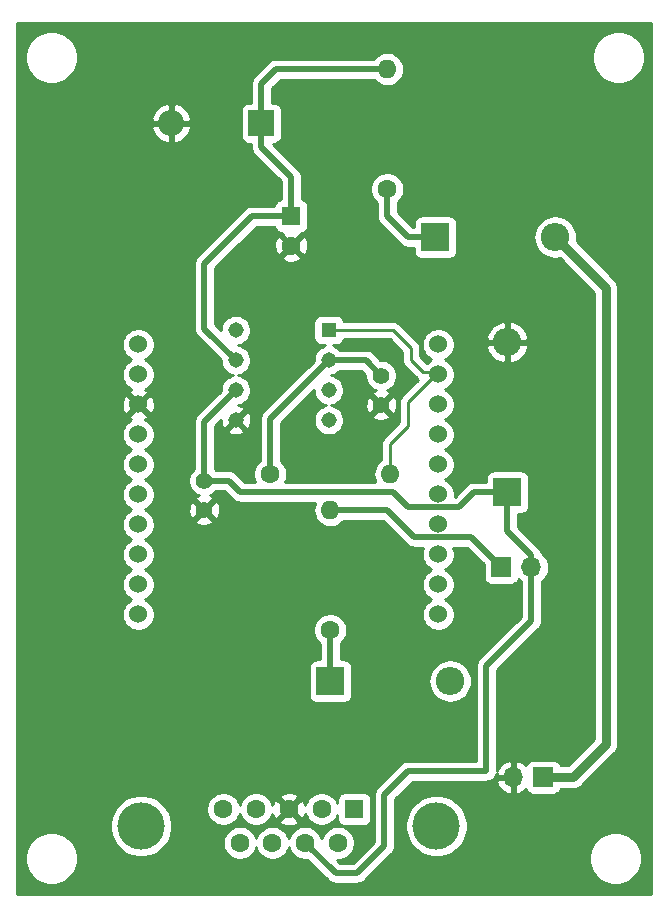
<source format=gtl>
G04 #@! TF.GenerationSoftware,KiCad,Pcbnew,(5.1.4)-1*
G04 #@! TF.CreationDate,2019-12-12T15:35:01+01:00*
G04 #@! TF.ProjectId,LIN bus esp32,4c494e20-6275-4732-9065-737033322e6b,2*
G04 #@! TF.SameCoordinates,Original*
G04 #@! TF.FileFunction,Copper,L1,Top*
G04 #@! TF.FilePolarity,Positive*
%FSLAX46Y46*%
G04 Gerber Fmt 4.6, Leading zero omitted, Abs format (unit mm)*
G04 Created by KiCad (PCBNEW (5.1.4)-1) date 2019-12-12 15:35:01*
%MOMM*%
%LPD*%
G04 APERTURE LIST*
%ADD10C,4.000000*%
%ADD11C,1.600000*%
%ADD12R,1.600000X1.600000*%
%ADD13O,1.700000X1.700000*%
%ADD14R,1.700000X1.700000*%
%ADD15O,1.600000X1.600000*%
%ADD16C,1.308000*%
%ADD17R,1.308000X1.308000*%
%ADD18O,2.400000X2.400000*%
%ADD19R,2.400000X2.400000*%
%ADD20O,2.200000X2.200000*%
%ADD21R,2.200000X2.200000*%
%ADD22C,1.400000*%
%ADD23C,1.524000*%
%ADD24C,0.508000*%
%ADD25C,0.762000*%
%ADD26C,0.254000*%
G04 APERTURE END LIST*
D10*
X136138000Y-113608000D03*
X161138000Y-113608000D03*
D11*
X144483000Y-115028000D03*
X147253000Y-115028000D03*
X150023000Y-115028000D03*
X152793000Y-115028000D03*
X143098000Y-112188000D03*
X145868000Y-112188000D03*
X148638000Y-112188000D03*
X151408000Y-112188000D03*
D12*
X154178000Y-112188000D03*
D13*
X167640000Y-109474000D03*
D14*
X170180000Y-109474000D03*
D11*
X148844000Y-64476000D03*
D12*
X148844000Y-61976000D03*
D15*
X152146000Y-86868000D03*
D11*
X152146000Y-97028000D03*
D15*
X156972000Y-49530000D03*
D11*
X156972000Y-59690000D03*
D15*
X157226000Y-83820000D03*
D11*
X147066000Y-83820000D03*
D13*
X169164000Y-91694000D03*
D14*
X166624000Y-91694000D03*
D16*
X144147000Y-74168000D03*
X144147000Y-76708000D03*
X144147000Y-71628000D03*
X144147000Y-79248000D03*
D17*
X152017000Y-71628000D03*
D16*
X152017000Y-79248000D03*
X152017000Y-74168000D03*
X152017000Y-76708000D03*
D18*
X167132000Y-72644000D03*
D19*
X167132000Y-85344000D03*
D18*
X162306000Y-101346000D03*
D19*
X152146000Y-101346000D03*
D18*
X171196000Y-63754000D03*
D19*
X161036000Y-63754000D03*
D20*
X138684000Y-54102000D03*
D21*
X146304000Y-54102000D03*
D22*
X141478000Y-84368000D03*
X141478000Y-86868000D03*
X156464000Y-75478000D03*
X156464000Y-77978000D03*
D23*
X135890000Y-72844000D03*
X135890000Y-75384000D03*
X135890000Y-77924000D03*
X135890000Y-80464000D03*
X135890000Y-83004000D03*
X135890000Y-85544000D03*
X135890000Y-88084000D03*
X135890000Y-90624000D03*
X135890000Y-93164000D03*
X135890000Y-95704000D03*
X161290000Y-72844000D03*
X161290000Y-75384000D03*
X161290000Y-77924000D03*
X161290000Y-80464000D03*
X161290000Y-83004000D03*
X161290000Y-85544000D03*
X161290000Y-88084000D03*
X161290000Y-90624000D03*
X161290000Y-93164000D03*
X161290000Y-95704000D03*
D24*
X147066000Y-79119000D02*
X152017000Y-74168000D01*
X147066000Y-83820000D02*
X147066000Y-79119000D01*
X155154000Y-74168000D02*
X156464000Y-75478000D01*
X152017000Y-74168000D02*
X155154000Y-74168000D01*
X146304000Y-50800000D02*
X146304000Y-54102000D01*
X156972000Y-49530000D02*
X147574000Y-49530000D01*
X147574000Y-49530000D02*
X146304000Y-50800000D01*
X146304000Y-54102000D02*
X146304000Y-56134000D01*
X148844000Y-58674000D02*
X148844000Y-61976000D01*
X146304000Y-56134000D02*
X148844000Y-58674000D01*
X148844000Y-61976000D02*
X145542000Y-61976000D01*
X145542000Y-61976000D02*
X141478000Y-66040000D01*
X141478000Y-71499000D02*
X144147000Y-74168000D01*
X141478000Y-66040000D02*
X141478000Y-71499000D01*
X165354000Y-108966000D02*
X165354000Y-100076000D01*
X169164000Y-96266000D02*
X169164000Y-91694000D01*
X165354000Y-100076000D02*
X169164000Y-96266000D01*
X169164000Y-91694000D02*
X169164000Y-90678000D01*
X167132000Y-88646000D02*
X167132000Y-85344000D01*
X169164000Y-90678000D02*
X167132000Y-88646000D01*
X167132000Y-85344000D02*
X164338000Y-85344000D01*
X164338000Y-85344000D02*
X163068000Y-86614000D01*
X163068000Y-86614000D02*
X158750000Y-86614000D01*
X158750000Y-86614000D02*
X157480000Y-85344000D01*
X157480000Y-85344000D02*
X144526000Y-85344000D01*
X143550000Y-84368000D02*
X141478000Y-84368000D01*
X144526000Y-85344000D02*
X143550000Y-84368000D01*
X141478000Y-79377000D02*
X144147000Y-76708000D01*
X141478000Y-84368000D02*
X141478000Y-79377000D01*
X165354000Y-108966000D02*
X158750000Y-108966000D01*
X158750000Y-108966000D02*
X156718000Y-110998000D01*
X156718000Y-110998000D02*
X156718000Y-115316000D01*
X156718000Y-115316000D02*
X154432000Y-117602000D01*
X152597000Y-117602000D02*
X150023000Y-115028000D01*
X154432000Y-117602000D02*
X152597000Y-117602000D01*
D25*
X170180000Y-109474000D02*
X172720000Y-109474000D01*
X172720000Y-109474000D02*
X175514000Y-106680000D01*
X175514000Y-68072000D02*
X171196000Y-63754000D01*
X175514000Y-106680000D02*
X175514000Y-68072000D01*
D24*
X161036000Y-63754000D02*
X158750000Y-63754000D01*
X156972000Y-61976000D02*
X156972000Y-59690000D01*
X158750000Y-63754000D02*
X156972000Y-61976000D01*
X152146000Y-101346000D02*
X152146000Y-97028000D01*
D26*
X157226000Y-83820000D02*
X157226000Y-81280000D01*
X157226000Y-81280000D02*
X158750000Y-79756000D01*
X158750000Y-77724000D02*
X161290000Y-75184000D01*
X158750000Y-79756000D02*
X158750000Y-77724000D01*
X152017000Y-71628000D02*
X157480000Y-71628000D01*
X157480000Y-71628000D02*
X159004000Y-73152000D01*
X159004000Y-73152000D02*
X159004000Y-74168000D01*
X160020000Y-75184000D02*
X161290000Y-75184000D01*
X159004000Y-74168000D02*
X160020000Y-75184000D01*
D24*
X152146000Y-86868000D02*
X156972000Y-86868000D01*
X156972000Y-86868000D02*
X159258000Y-89154000D01*
X164084000Y-89154000D02*
X166624000Y-91694000D01*
X159258000Y-89154000D02*
X164084000Y-89154000D01*
D26*
G36*
X179340001Y-119340000D02*
G01*
X125660000Y-119340000D01*
X125660000Y-116111872D01*
X126289000Y-116111872D01*
X126289000Y-116552128D01*
X126374890Y-116983925D01*
X126543369Y-117390669D01*
X126787962Y-117756729D01*
X127099271Y-118068038D01*
X127465331Y-118312631D01*
X127872075Y-118481110D01*
X128303872Y-118567000D01*
X128744128Y-118567000D01*
X129175925Y-118481110D01*
X129582669Y-118312631D01*
X129948729Y-118068038D01*
X130260038Y-117756729D01*
X130504631Y-117390669D01*
X130673110Y-116983925D01*
X130759000Y-116552128D01*
X130759000Y-116111872D01*
X130673110Y-115680075D01*
X130504631Y-115273331D01*
X130260038Y-114907271D01*
X129948729Y-114595962D01*
X129582669Y-114351369D01*
X129175925Y-114182890D01*
X128744128Y-114097000D01*
X128303872Y-114097000D01*
X127872075Y-114182890D01*
X127465331Y-114351369D01*
X127099271Y-114595962D01*
X126787962Y-114907271D01*
X126543369Y-115273331D01*
X126374890Y-115680075D01*
X126289000Y-116111872D01*
X125660000Y-116111872D01*
X125660000Y-113348475D01*
X133503000Y-113348475D01*
X133503000Y-113867525D01*
X133604261Y-114376601D01*
X133802893Y-114856141D01*
X134091262Y-115287715D01*
X134458285Y-115654738D01*
X134889859Y-115943107D01*
X135369399Y-116141739D01*
X135878475Y-116243000D01*
X136397525Y-116243000D01*
X136906601Y-116141739D01*
X137386141Y-115943107D01*
X137817715Y-115654738D01*
X138184738Y-115287715D01*
X138473107Y-114856141D01*
X138671739Y-114376601D01*
X138773000Y-113867525D01*
X138773000Y-113348475D01*
X138671739Y-112839399D01*
X138473107Y-112359859D01*
X138263838Y-112046665D01*
X141663000Y-112046665D01*
X141663000Y-112329335D01*
X141718147Y-112606574D01*
X141826320Y-112867727D01*
X141983363Y-113102759D01*
X142183241Y-113302637D01*
X142418273Y-113459680D01*
X142679426Y-113567853D01*
X142956665Y-113623000D01*
X143239335Y-113623000D01*
X143516574Y-113567853D01*
X143777727Y-113459680D01*
X144012759Y-113302637D01*
X144212637Y-113102759D01*
X144369680Y-112867727D01*
X144477853Y-112606574D01*
X144483000Y-112580699D01*
X144488147Y-112606574D01*
X144596320Y-112867727D01*
X144753363Y-113102759D01*
X144953241Y-113302637D01*
X145188273Y-113459680D01*
X145449426Y-113567853D01*
X145726665Y-113623000D01*
X146009335Y-113623000D01*
X146286574Y-113567853D01*
X146547727Y-113459680D01*
X146782759Y-113302637D01*
X146904694Y-113180702D01*
X147824903Y-113180702D01*
X147896486Y-113424671D01*
X148151996Y-113545571D01*
X148426184Y-113614300D01*
X148708512Y-113628217D01*
X148988130Y-113586787D01*
X149254292Y-113491603D01*
X149379514Y-113424671D01*
X149451097Y-113180702D01*
X148638000Y-112367605D01*
X147824903Y-113180702D01*
X146904694Y-113180702D01*
X146982637Y-113102759D01*
X147139680Y-112867727D01*
X147247853Y-112606574D01*
X147253513Y-112578118D01*
X147334397Y-112804292D01*
X147401329Y-112929514D01*
X147645298Y-113001097D01*
X148458395Y-112188000D01*
X148817605Y-112188000D01*
X149630702Y-113001097D01*
X149874671Y-112929514D01*
X149995571Y-112674004D01*
X150021212Y-112571711D01*
X150028147Y-112606574D01*
X150136320Y-112867727D01*
X150293363Y-113102759D01*
X150493241Y-113302637D01*
X150728273Y-113459680D01*
X150989426Y-113567853D01*
X151266665Y-113623000D01*
X151549335Y-113623000D01*
X151826574Y-113567853D01*
X152087727Y-113459680D01*
X152322759Y-113302637D01*
X152522637Y-113102759D01*
X152679680Y-112867727D01*
X152739928Y-112722275D01*
X152739928Y-112988000D01*
X152752188Y-113112482D01*
X152788498Y-113232180D01*
X152847463Y-113342494D01*
X152926815Y-113439185D01*
X153023506Y-113518537D01*
X153133820Y-113577502D01*
X153253518Y-113613812D01*
X153378000Y-113626072D01*
X154978000Y-113626072D01*
X155102482Y-113613812D01*
X155222180Y-113577502D01*
X155332494Y-113518537D01*
X155429185Y-113439185D01*
X155508537Y-113342494D01*
X155567502Y-113232180D01*
X155603812Y-113112482D01*
X155616072Y-112988000D01*
X155616072Y-111388000D01*
X155603812Y-111263518D01*
X155567502Y-111143820D01*
X155508537Y-111033506D01*
X155429185Y-110936815D01*
X155332494Y-110857463D01*
X155222180Y-110798498D01*
X155102482Y-110762188D01*
X154978000Y-110749928D01*
X153378000Y-110749928D01*
X153253518Y-110762188D01*
X153133820Y-110798498D01*
X153023506Y-110857463D01*
X152926815Y-110936815D01*
X152847463Y-111033506D01*
X152788498Y-111143820D01*
X152752188Y-111263518D01*
X152739928Y-111388000D01*
X152739928Y-111653725D01*
X152679680Y-111508273D01*
X152522637Y-111273241D01*
X152322759Y-111073363D01*
X152087727Y-110916320D01*
X151826574Y-110808147D01*
X151549335Y-110753000D01*
X151266665Y-110753000D01*
X150989426Y-110808147D01*
X150728273Y-110916320D01*
X150493241Y-111073363D01*
X150293363Y-111273241D01*
X150136320Y-111508273D01*
X150028147Y-111769426D01*
X150022487Y-111797882D01*
X149941603Y-111571708D01*
X149874671Y-111446486D01*
X149630702Y-111374903D01*
X148817605Y-112188000D01*
X148458395Y-112188000D01*
X147645298Y-111374903D01*
X147401329Y-111446486D01*
X147280429Y-111701996D01*
X147254788Y-111804289D01*
X147247853Y-111769426D01*
X147139680Y-111508273D01*
X146982637Y-111273241D01*
X146904694Y-111195298D01*
X147824903Y-111195298D01*
X148638000Y-112008395D01*
X149451097Y-111195298D01*
X149379514Y-110951329D01*
X149124004Y-110830429D01*
X148849816Y-110761700D01*
X148567488Y-110747783D01*
X148287870Y-110789213D01*
X148021708Y-110884397D01*
X147896486Y-110951329D01*
X147824903Y-111195298D01*
X146904694Y-111195298D01*
X146782759Y-111073363D01*
X146547727Y-110916320D01*
X146286574Y-110808147D01*
X146009335Y-110753000D01*
X145726665Y-110753000D01*
X145449426Y-110808147D01*
X145188273Y-110916320D01*
X144953241Y-111073363D01*
X144753363Y-111273241D01*
X144596320Y-111508273D01*
X144488147Y-111769426D01*
X144483000Y-111795301D01*
X144477853Y-111769426D01*
X144369680Y-111508273D01*
X144212637Y-111273241D01*
X144012759Y-111073363D01*
X143777727Y-110916320D01*
X143516574Y-110808147D01*
X143239335Y-110753000D01*
X142956665Y-110753000D01*
X142679426Y-110808147D01*
X142418273Y-110916320D01*
X142183241Y-111073363D01*
X141983363Y-111273241D01*
X141826320Y-111508273D01*
X141718147Y-111769426D01*
X141663000Y-112046665D01*
X138263838Y-112046665D01*
X138184738Y-111928285D01*
X137817715Y-111561262D01*
X137386141Y-111272893D01*
X136906601Y-111074261D01*
X136397525Y-110973000D01*
X135878475Y-110973000D01*
X135369399Y-111074261D01*
X134889859Y-111272893D01*
X134458285Y-111561262D01*
X134091262Y-111928285D01*
X133802893Y-112359859D01*
X133604261Y-112839399D01*
X133503000Y-113348475D01*
X125660000Y-113348475D01*
X125660000Y-100146000D01*
X150307928Y-100146000D01*
X150307928Y-102546000D01*
X150320188Y-102670482D01*
X150356498Y-102790180D01*
X150415463Y-102900494D01*
X150494815Y-102997185D01*
X150591506Y-103076537D01*
X150701820Y-103135502D01*
X150821518Y-103171812D01*
X150946000Y-103184072D01*
X153346000Y-103184072D01*
X153470482Y-103171812D01*
X153590180Y-103135502D01*
X153700494Y-103076537D01*
X153797185Y-102997185D01*
X153876537Y-102900494D01*
X153935502Y-102790180D01*
X153971812Y-102670482D01*
X153984072Y-102546000D01*
X153984072Y-101346000D01*
X160462122Y-101346000D01*
X160497552Y-101705723D01*
X160602479Y-102051622D01*
X160772871Y-102370404D01*
X161002181Y-102649819D01*
X161281596Y-102879129D01*
X161600378Y-103049521D01*
X161946277Y-103154448D01*
X162215861Y-103181000D01*
X162396139Y-103181000D01*
X162665723Y-103154448D01*
X163011622Y-103049521D01*
X163330404Y-102879129D01*
X163609819Y-102649819D01*
X163839129Y-102370404D01*
X164009521Y-102051622D01*
X164114448Y-101705723D01*
X164149878Y-101346000D01*
X164114448Y-100986277D01*
X164009521Y-100640378D01*
X163839129Y-100321596D01*
X163609819Y-100042181D01*
X163330404Y-99812871D01*
X163011622Y-99642479D01*
X162665723Y-99537552D01*
X162396139Y-99511000D01*
X162215861Y-99511000D01*
X161946277Y-99537552D01*
X161600378Y-99642479D01*
X161281596Y-99812871D01*
X161002181Y-100042181D01*
X160772871Y-100321596D01*
X160602479Y-100640378D01*
X160497552Y-100986277D01*
X160462122Y-101346000D01*
X153984072Y-101346000D01*
X153984072Y-100146000D01*
X153971812Y-100021518D01*
X153935502Y-99901820D01*
X153876537Y-99791506D01*
X153797185Y-99694815D01*
X153700494Y-99615463D01*
X153590180Y-99556498D01*
X153470482Y-99520188D01*
X153346000Y-99507928D01*
X153035000Y-99507928D01*
X153035000Y-98159849D01*
X153060759Y-98142637D01*
X153260637Y-97942759D01*
X153417680Y-97707727D01*
X153525853Y-97446574D01*
X153581000Y-97169335D01*
X153581000Y-96886665D01*
X153525853Y-96609426D01*
X153417680Y-96348273D01*
X153260637Y-96113241D01*
X153060759Y-95913363D01*
X152825727Y-95756320D01*
X152564574Y-95648147D01*
X152287335Y-95593000D01*
X152004665Y-95593000D01*
X151727426Y-95648147D01*
X151466273Y-95756320D01*
X151231241Y-95913363D01*
X151031363Y-96113241D01*
X150874320Y-96348273D01*
X150766147Y-96609426D01*
X150711000Y-96886665D01*
X150711000Y-97169335D01*
X150766147Y-97446574D01*
X150874320Y-97707727D01*
X151031363Y-97942759D01*
X151231241Y-98142637D01*
X151257001Y-98159849D01*
X151257000Y-99507928D01*
X150946000Y-99507928D01*
X150821518Y-99520188D01*
X150701820Y-99556498D01*
X150591506Y-99615463D01*
X150494815Y-99694815D01*
X150415463Y-99791506D01*
X150356498Y-99901820D01*
X150320188Y-100021518D01*
X150307928Y-100146000D01*
X125660000Y-100146000D01*
X125660000Y-80326408D01*
X134493000Y-80326408D01*
X134493000Y-80601592D01*
X134546686Y-80871490D01*
X134651995Y-81125727D01*
X134804880Y-81354535D01*
X134999465Y-81549120D01*
X135228273Y-81702005D01*
X135305515Y-81734000D01*
X135228273Y-81765995D01*
X134999465Y-81918880D01*
X134804880Y-82113465D01*
X134651995Y-82342273D01*
X134546686Y-82596510D01*
X134493000Y-82866408D01*
X134493000Y-83141592D01*
X134546686Y-83411490D01*
X134651995Y-83665727D01*
X134804880Y-83894535D01*
X134999465Y-84089120D01*
X135228273Y-84242005D01*
X135305515Y-84274000D01*
X135228273Y-84305995D01*
X134999465Y-84458880D01*
X134804880Y-84653465D01*
X134651995Y-84882273D01*
X134546686Y-85136510D01*
X134493000Y-85406408D01*
X134493000Y-85681592D01*
X134546686Y-85951490D01*
X134651995Y-86205727D01*
X134804880Y-86434535D01*
X134999465Y-86629120D01*
X135228273Y-86782005D01*
X135305515Y-86814000D01*
X135228273Y-86845995D01*
X134999465Y-86998880D01*
X134804880Y-87193465D01*
X134651995Y-87422273D01*
X134546686Y-87676510D01*
X134493000Y-87946408D01*
X134493000Y-88221592D01*
X134546686Y-88491490D01*
X134651995Y-88745727D01*
X134804880Y-88974535D01*
X134999465Y-89169120D01*
X135228273Y-89322005D01*
X135305515Y-89354000D01*
X135228273Y-89385995D01*
X134999465Y-89538880D01*
X134804880Y-89733465D01*
X134651995Y-89962273D01*
X134546686Y-90216510D01*
X134493000Y-90486408D01*
X134493000Y-90761592D01*
X134546686Y-91031490D01*
X134651995Y-91285727D01*
X134804880Y-91514535D01*
X134999465Y-91709120D01*
X135228273Y-91862005D01*
X135305515Y-91894000D01*
X135228273Y-91925995D01*
X134999465Y-92078880D01*
X134804880Y-92273465D01*
X134651995Y-92502273D01*
X134546686Y-92756510D01*
X134493000Y-93026408D01*
X134493000Y-93301592D01*
X134546686Y-93571490D01*
X134651995Y-93825727D01*
X134804880Y-94054535D01*
X134999465Y-94249120D01*
X135228273Y-94402005D01*
X135305515Y-94434000D01*
X135228273Y-94465995D01*
X134999465Y-94618880D01*
X134804880Y-94813465D01*
X134651995Y-95042273D01*
X134546686Y-95296510D01*
X134493000Y-95566408D01*
X134493000Y-95841592D01*
X134546686Y-96111490D01*
X134651995Y-96365727D01*
X134804880Y-96594535D01*
X134999465Y-96789120D01*
X135228273Y-96942005D01*
X135482510Y-97047314D01*
X135752408Y-97101000D01*
X136027592Y-97101000D01*
X136297490Y-97047314D01*
X136551727Y-96942005D01*
X136780535Y-96789120D01*
X136975120Y-96594535D01*
X137128005Y-96365727D01*
X137233314Y-96111490D01*
X137287000Y-95841592D01*
X137287000Y-95566408D01*
X137233314Y-95296510D01*
X137128005Y-95042273D01*
X136975120Y-94813465D01*
X136780535Y-94618880D01*
X136551727Y-94465995D01*
X136474485Y-94434000D01*
X136551727Y-94402005D01*
X136780535Y-94249120D01*
X136975120Y-94054535D01*
X137128005Y-93825727D01*
X137233314Y-93571490D01*
X137287000Y-93301592D01*
X137287000Y-93026408D01*
X137233314Y-92756510D01*
X137128005Y-92502273D01*
X136975120Y-92273465D01*
X136780535Y-92078880D01*
X136551727Y-91925995D01*
X136474485Y-91894000D01*
X136551727Y-91862005D01*
X136780535Y-91709120D01*
X136975120Y-91514535D01*
X137128005Y-91285727D01*
X137233314Y-91031490D01*
X137287000Y-90761592D01*
X137287000Y-90486408D01*
X137233314Y-90216510D01*
X137128005Y-89962273D01*
X136975120Y-89733465D01*
X136780535Y-89538880D01*
X136551727Y-89385995D01*
X136474485Y-89354000D01*
X136551727Y-89322005D01*
X136780535Y-89169120D01*
X136975120Y-88974535D01*
X137128005Y-88745727D01*
X137233314Y-88491490D01*
X137287000Y-88221592D01*
X137287000Y-87946408D01*
X137255744Y-87789269D01*
X140736336Y-87789269D01*
X140795797Y-88023037D01*
X141034242Y-88133934D01*
X141289740Y-88196183D01*
X141552473Y-88207390D01*
X141812344Y-88167125D01*
X142059366Y-88076935D01*
X142160203Y-88023037D01*
X142219664Y-87789269D01*
X141478000Y-87047605D01*
X140736336Y-87789269D01*
X137255744Y-87789269D01*
X137233314Y-87676510D01*
X137128005Y-87422273D01*
X136975120Y-87193465D01*
X136780535Y-86998880D01*
X136696117Y-86942473D01*
X140138610Y-86942473D01*
X140178875Y-87202344D01*
X140269065Y-87449366D01*
X140322963Y-87550203D01*
X140556731Y-87609664D01*
X141298395Y-86868000D01*
X141657605Y-86868000D01*
X142399269Y-87609664D01*
X142633037Y-87550203D01*
X142743934Y-87311758D01*
X142806183Y-87056260D01*
X142817390Y-86793527D01*
X142777125Y-86533656D01*
X142686935Y-86286634D01*
X142633037Y-86185797D01*
X142399269Y-86126336D01*
X141657605Y-86868000D01*
X141298395Y-86868000D01*
X140556731Y-86126336D01*
X140322963Y-86185797D01*
X140212066Y-86424242D01*
X140149817Y-86679740D01*
X140138610Y-86942473D01*
X136696117Y-86942473D01*
X136551727Y-86845995D01*
X136474485Y-86814000D01*
X136551727Y-86782005D01*
X136780535Y-86629120D01*
X136975120Y-86434535D01*
X137128005Y-86205727D01*
X137233314Y-85951490D01*
X137287000Y-85681592D01*
X137287000Y-85406408D01*
X137233314Y-85136510D01*
X137128005Y-84882273D01*
X136975120Y-84653465D01*
X136780535Y-84458880D01*
X136551727Y-84305995D01*
X136474485Y-84274000D01*
X136551727Y-84242005D01*
X136559944Y-84236514D01*
X140143000Y-84236514D01*
X140143000Y-84499486D01*
X140194304Y-84757405D01*
X140294939Y-85000359D01*
X140441038Y-85219013D01*
X140626987Y-85404962D01*
X140845641Y-85551061D01*
X141008118Y-85618361D01*
X140896634Y-85659065D01*
X140795797Y-85712963D01*
X140736336Y-85946731D01*
X141478000Y-86688395D01*
X142219664Y-85946731D01*
X142160203Y-85712963D01*
X141952596Y-85616408D01*
X142110359Y-85551061D01*
X142329013Y-85404962D01*
X142476975Y-85257000D01*
X143181765Y-85257000D01*
X143866504Y-85941740D01*
X143894341Y-85975659D01*
X144029709Y-86086753D01*
X144184149Y-86169303D01*
X144250058Y-86189296D01*
X144351724Y-86220136D01*
X144384924Y-86223406D01*
X144482333Y-86233000D01*
X144482339Y-86233000D01*
X144525999Y-86237300D01*
X144569659Y-86233000D01*
X150858285Y-86233000D01*
X150813818Y-86316192D01*
X150731764Y-86586691D01*
X150704057Y-86868000D01*
X150731764Y-87149309D01*
X150813818Y-87419808D01*
X150947068Y-87669101D01*
X151126392Y-87887608D01*
X151344899Y-88066932D01*
X151594192Y-88200182D01*
X151864691Y-88282236D01*
X152075508Y-88303000D01*
X152216492Y-88303000D01*
X152427309Y-88282236D01*
X152697808Y-88200182D01*
X152947101Y-88066932D01*
X153165608Y-87887608D01*
X153272795Y-87757000D01*
X156603765Y-87757000D01*
X158598504Y-89751740D01*
X158626341Y-89785659D01*
X158761709Y-89896753D01*
X158916149Y-89979303D01*
X158982058Y-89999296D01*
X159083724Y-90030136D01*
X159116924Y-90033406D01*
X159214333Y-90043000D01*
X159214339Y-90043000D01*
X159257999Y-90047300D01*
X159301659Y-90043000D01*
X160018557Y-90043000D01*
X159946686Y-90216510D01*
X159893000Y-90486408D01*
X159893000Y-90761592D01*
X159946686Y-91031490D01*
X160051995Y-91285727D01*
X160204880Y-91514535D01*
X160399465Y-91709120D01*
X160628273Y-91862005D01*
X160705515Y-91894000D01*
X160628273Y-91925995D01*
X160399465Y-92078880D01*
X160204880Y-92273465D01*
X160051995Y-92502273D01*
X159946686Y-92756510D01*
X159893000Y-93026408D01*
X159893000Y-93301592D01*
X159946686Y-93571490D01*
X160051995Y-93825727D01*
X160204880Y-94054535D01*
X160399465Y-94249120D01*
X160628273Y-94402005D01*
X160705515Y-94434000D01*
X160628273Y-94465995D01*
X160399465Y-94618880D01*
X160204880Y-94813465D01*
X160051995Y-95042273D01*
X159946686Y-95296510D01*
X159893000Y-95566408D01*
X159893000Y-95841592D01*
X159946686Y-96111490D01*
X160051995Y-96365727D01*
X160204880Y-96594535D01*
X160399465Y-96789120D01*
X160628273Y-96942005D01*
X160882510Y-97047314D01*
X161152408Y-97101000D01*
X161427592Y-97101000D01*
X161697490Y-97047314D01*
X161951727Y-96942005D01*
X162180535Y-96789120D01*
X162375120Y-96594535D01*
X162528005Y-96365727D01*
X162633314Y-96111490D01*
X162687000Y-95841592D01*
X162687000Y-95566408D01*
X162633314Y-95296510D01*
X162528005Y-95042273D01*
X162375120Y-94813465D01*
X162180535Y-94618880D01*
X161951727Y-94465995D01*
X161874485Y-94434000D01*
X161951727Y-94402005D01*
X162180535Y-94249120D01*
X162375120Y-94054535D01*
X162528005Y-93825727D01*
X162633314Y-93571490D01*
X162687000Y-93301592D01*
X162687000Y-93026408D01*
X162633314Y-92756510D01*
X162528005Y-92502273D01*
X162375120Y-92273465D01*
X162180535Y-92078880D01*
X161951727Y-91925995D01*
X161874485Y-91894000D01*
X161951727Y-91862005D01*
X162180535Y-91709120D01*
X162375120Y-91514535D01*
X162528005Y-91285727D01*
X162633314Y-91031490D01*
X162687000Y-90761592D01*
X162687000Y-90486408D01*
X162633314Y-90216510D01*
X162561443Y-90043000D01*
X163715765Y-90043000D01*
X165135928Y-91463164D01*
X165135928Y-92544000D01*
X165148188Y-92668482D01*
X165184498Y-92788180D01*
X165243463Y-92898494D01*
X165322815Y-92995185D01*
X165419506Y-93074537D01*
X165529820Y-93133502D01*
X165649518Y-93169812D01*
X165774000Y-93182072D01*
X167474000Y-93182072D01*
X167598482Y-93169812D01*
X167718180Y-93133502D01*
X167828494Y-93074537D01*
X167925185Y-92995185D01*
X168004537Y-92898494D01*
X168063502Y-92788180D01*
X168084393Y-92719313D01*
X168108866Y-92749134D01*
X168275001Y-92885477D01*
X168275000Y-95897764D01*
X164756259Y-99416506D01*
X164722342Y-99444341D01*
X164694507Y-99478258D01*
X164694505Y-99478260D01*
X164611248Y-99579709D01*
X164528698Y-99734148D01*
X164477864Y-99901726D01*
X164460700Y-100076000D01*
X164465001Y-100119670D01*
X164465000Y-108077000D01*
X158793660Y-108077000D01*
X158750000Y-108072700D01*
X158706340Y-108077000D01*
X158706333Y-108077000D01*
X158592325Y-108088229D01*
X158575725Y-108089864D01*
X158563861Y-108093463D01*
X158408149Y-108140697D01*
X158253709Y-108223247D01*
X158118341Y-108334341D01*
X158090506Y-108368258D01*
X156120264Y-110338501D01*
X156086341Y-110366341D01*
X155975247Y-110501710D01*
X155903358Y-110636205D01*
X155892698Y-110656148D01*
X155852334Y-110789213D01*
X155841864Y-110823727D01*
X155829000Y-110954334D01*
X155829000Y-110954340D01*
X155824700Y-110998000D01*
X155829000Y-111041660D01*
X155829001Y-114947763D01*
X154063765Y-116713000D01*
X152965236Y-116713000D01*
X152715236Y-116463000D01*
X152934335Y-116463000D01*
X153211574Y-116407853D01*
X153472727Y-116299680D01*
X153707759Y-116142637D01*
X153907637Y-115942759D01*
X154064680Y-115707727D01*
X154172853Y-115446574D01*
X154228000Y-115169335D01*
X154228000Y-114886665D01*
X154172853Y-114609426D01*
X154064680Y-114348273D01*
X153907637Y-114113241D01*
X153707759Y-113913363D01*
X153472727Y-113756320D01*
X153211574Y-113648147D01*
X152934335Y-113593000D01*
X152651665Y-113593000D01*
X152374426Y-113648147D01*
X152113273Y-113756320D01*
X151878241Y-113913363D01*
X151678363Y-114113241D01*
X151521320Y-114348273D01*
X151413147Y-114609426D01*
X151408000Y-114635301D01*
X151402853Y-114609426D01*
X151294680Y-114348273D01*
X151137637Y-114113241D01*
X150937759Y-113913363D01*
X150702727Y-113756320D01*
X150441574Y-113648147D01*
X150164335Y-113593000D01*
X149881665Y-113593000D01*
X149604426Y-113648147D01*
X149343273Y-113756320D01*
X149108241Y-113913363D01*
X148908363Y-114113241D01*
X148751320Y-114348273D01*
X148643147Y-114609426D01*
X148638000Y-114635301D01*
X148632853Y-114609426D01*
X148524680Y-114348273D01*
X148367637Y-114113241D01*
X148167759Y-113913363D01*
X147932727Y-113756320D01*
X147671574Y-113648147D01*
X147394335Y-113593000D01*
X147111665Y-113593000D01*
X146834426Y-113648147D01*
X146573273Y-113756320D01*
X146338241Y-113913363D01*
X146138363Y-114113241D01*
X145981320Y-114348273D01*
X145873147Y-114609426D01*
X145868000Y-114635301D01*
X145862853Y-114609426D01*
X145754680Y-114348273D01*
X145597637Y-114113241D01*
X145397759Y-113913363D01*
X145162727Y-113756320D01*
X144901574Y-113648147D01*
X144624335Y-113593000D01*
X144341665Y-113593000D01*
X144064426Y-113648147D01*
X143803273Y-113756320D01*
X143568241Y-113913363D01*
X143368363Y-114113241D01*
X143211320Y-114348273D01*
X143103147Y-114609426D01*
X143048000Y-114886665D01*
X143048000Y-115169335D01*
X143103147Y-115446574D01*
X143211320Y-115707727D01*
X143368363Y-115942759D01*
X143568241Y-116142637D01*
X143803273Y-116299680D01*
X144064426Y-116407853D01*
X144341665Y-116463000D01*
X144624335Y-116463000D01*
X144901574Y-116407853D01*
X145162727Y-116299680D01*
X145397759Y-116142637D01*
X145597637Y-115942759D01*
X145754680Y-115707727D01*
X145862853Y-115446574D01*
X145868000Y-115420699D01*
X145873147Y-115446574D01*
X145981320Y-115707727D01*
X146138363Y-115942759D01*
X146338241Y-116142637D01*
X146573273Y-116299680D01*
X146834426Y-116407853D01*
X147111665Y-116463000D01*
X147394335Y-116463000D01*
X147671574Y-116407853D01*
X147932727Y-116299680D01*
X148167759Y-116142637D01*
X148367637Y-115942759D01*
X148524680Y-115707727D01*
X148632853Y-115446574D01*
X148638000Y-115420699D01*
X148643147Y-115446574D01*
X148751320Y-115707727D01*
X148908363Y-115942759D01*
X149108241Y-116142637D01*
X149343273Y-116299680D01*
X149604426Y-116407853D01*
X149881665Y-116463000D01*
X150164335Y-116463000D01*
X150194721Y-116456956D01*
X151937506Y-118199742D01*
X151965341Y-118233659D01*
X152100709Y-118344753D01*
X152255149Y-118427303D01*
X152371892Y-118462716D01*
X152422725Y-118478136D01*
X152439325Y-118479771D01*
X152553333Y-118491000D01*
X152553340Y-118491000D01*
X152597000Y-118495300D01*
X152640660Y-118491000D01*
X154388340Y-118491000D01*
X154432000Y-118495300D01*
X154475660Y-118491000D01*
X154475667Y-118491000D01*
X154606274Y-118478136D01*
X154773851Y-118427303D01*
X154928291Y-118344753D01*
X155063659Y-118233659D01*
X155091499Y-118199736D01*
X157315742Y-115975494D01*
X157349659Y-115947659D01*
X157460753Y-115812291D01*
X157543303Y-115657851D01*
X157563296Y-115591942D01*
X157594136Y-115490276D01*
X157598440Y-115446574D01*
X157607000Y-115359667D01*
X157607000Y-115359661D01*
X157611300Y-115316001D01*
X157607000Y-115272341D01*
X157607000Y-113348475D01*
X158503000Y-113348475D01*
X158503000Y-113867525D01*
X158604261Y-114376601D01*
X158802893Y-114856141D01*
X159091262Y-115287715D01*
X159458285Y-115654738D01*
X159889859Y-115943107D01*
X160369399Y-116141739D01*
X160878475Y-116243000D01*
X161397525Y-116243000D01*
X161906601Y-116141739D01*
X161978706Y-116111872D01*
X174041000Y-116111872D01*
X174041000Y-116552128D01*
X174126890Y-116983925D01*
X174295369Y-117390669D01*
X174539962Y-117756729D01*
X174851271Y-118068038D01*
X175217331Y-118312631D01*
X175624075Y-118481110D01*
X176055872Y-118567000D01*
X176496128Y-118567000D01*
X176927925Y-118481110D01*
X177334669Y-118312631D01*
X177700729Y-118068038D01*
X178012038Y-117756729D01*
X178256631Y-117390669D01*
X178425110Y-116983925D01*
X178511000Y-116552128D01*
X178511000Y-116111872D01*
X178425110Y-115680075D01*
X178256631Y-115273331D01*
X178012038Y-114907271D01*
X177700729Y-114595962D01*
X177334669Y-114351369D01*
X176927925Y-114182890D01*
X176496128Y-114097000D01*
X176055872Y-114097000D01*
X175624075Y-114182890D01*
X175217331Y-114351369D01*
X174851271Y-114595962D01*
X174539962Y-114907271D01*
X174295369Y-115273331D01*
X174126890Y-115680075D01*
X174041000Y-116111872D01*
X161978706Y-116111872D01*
X162386141Y-115943107D01*
X162817715Y-115654738D01*
X163184738Y-115287715D01*
X163473107Y-114856141D01*
X163671739Y-114376601D01*
X163773000Y-113867525D01*
X163773000Y-113348475D01*
X163671739Y-112839399D01*
X163473107Y-112359859D01*
X163184738Y-111928285D01*
X162817715Y-111561262D01*
X162386141Y-111272893D01*
X161906601Y-111074261D01*
X161397525Y-110973000D01*
X160878475Y-110973000D01*
X160369399Y-111074261D01*
X159889859Y-111272893D01*
X159458285Y-111561262D01*
X159091262Y-111928285D01*
X158802893Y-112359859D01*
X158604261Y-112839399D01*
X158503000Y-113348475D01*
X157607000Y-113348475D01*
X157607000Y-111366235D01*
X159118236Y-109855000D01*
X165310333Y-109855000D01*
X165354000Y-109859301D01*
X165397667Y-109855000D01*
X165528274Y-109842136D01*
X165565344Y-109830891D01*
X166198519Y-109830891D01*
X166295843Y-110105252D01*
X166444822Y-110355355D01*
X166639731Y-110571588D01*
X166873080Y-110745641D01*
X167135901Y-110870825D01*
X167283110Y-110915476D01*
X167513000Y-110794155D01*
X167513000Y-109601000D01*
X166319186Y-109601000D01*
X166198519Y-109830891D01*
X165565344Y-109830891D01*
X165695851Y-109791303D01*
X165850291Y-109708753D01*
X165985659Y-109597659D01*
X166096753Y-109462291D01*
X166179303Y-109307851D01*
X166223009Y-109163767D01*
X166319186Y-109347000D01*
X167513000Y-109347000D01*
X167513000Y-108153845D01*
X167767000Y-108153845D01*
X167767000Y-109347000D01*
X167787000Y-109347000D01*
X167787000Y-109601000D01*
X167767000Y-109601000D01*
X167767000Y-110794155D01*
X167996890Y-110915476D01*
X168144099Y-110870825D01*
X168406920Y-110745641D01*
X168640269Y-110571588D01*
X168716034Y-110487534D01*
X168740498Y-110568180D01*
X168799463Y-110678494D01*
X168878815Y-110775185D01*
X168975506Y-110854537D01*
X169085820Y-110913502D01*
X169205518Y-110949812D01*
X169330000Y-110962072D01*
X171030000Y-110962072D01*
X171154482Y-110949812D01*
X171274180Y-110913502D01*
X171384494Y-110854537D01*
X171481185Y-110775185D01*
X171560537Y-110678494D01*
X171619502Y-110568180D01*
X171643218Y-110490000D01*
X172670098Y-110490000D01*
X172720000Y-110494915D01*
X172769902Y-110490000D01*
X172919171Y-110475298D01*
X173110687Y-110417202D01*
X173287190Y-110322860D01*
X173441896Y-110195896D01*
X173473712Y-110157128D01*
X176197133Y-107433708D01*
X176235896Y-107401896D01*
X176362860Y-107247190D01*
X176457202Y-107070687D01*
X176515298Y-106879171D01*
X176530000Y-106729902D01*
X176530000Y-106729901D01*
X176534915Y-106680000D01*
X176530000Y-106630098D01*
X176530000Y-68121893D01*
X176534914Y-68071999D01*
X176530000Y-68022105D01*
X176530000Y-68022098D01*
X176515298Y-67872829D01*
X176457202Y-67681313D01*
X176362860Y-67504810D01*
X176235896Y-67350104D01*
X176197133Y-67318292D01*
X173001682Y-64122842D01*
X173004448Y-64113723D01*
X173039878Y-63754000D01*
X173004448Y-63394277D01*
X172899521Y-63048378D01*
X172729129Y-62729596D01*
X172499819Y-62450181D01*
X172220404Y-62220871D01*
X171901622Y-62050479D01*
X171555723Y-61945552D01*
X171286139Y-61919000D01*
X171105861Y-61919000D01*
X170836277Y-61945552D01*
X170490378Y-62050479D01*
X170171596Y-62220871D01*
X169892181Y-62450181D01*
X169662871Y-62729596D01*
X169492479Y-63048378D01*
X169387552Y-63394277D01*
X169352122Y-63754000D01*
X169387552Y-64113723D01*
X169492479Y-64459622D01*
X169662871Y-64778404D01*
X169892181Y-65057819D01*
X170171596Y-65287129D01*
X170490378Y-65457521D01*
X170836277Y-65562448D01*
X171105861Y-65589000D01*
X171286139Y-65589000D01*
X171555723Y-65562448D01*
X171564842Y-65559682D01*
X174498001Y-68492842D01*
X174498000Y-106259159D01*
X172299160Y-108458000D01*
X171643218Y-108458000D01*
X171619502Y-108379820D01*
X171560537Y-108269506D01*
X171481185Y-108172815D01*
X171384494Y-108093463D01*
X171274180Y-108034498D01*
X171154482Y-107998188D01*
X171030000Y-107985928D01*
X169330000Y-107985928D01*
X169205518Y-107998188D01*
X169085820Y-108034498D01*
X168975506Y-108093463D01*
X168878815Y-108172815D01*
X168799463Y-108269506D01*
X168740498Y-108379820D01*
X168716034Y-108460466D01*
X168640269Y-108376412D01*
X168406920Y-108202359D01*
X168144099Y-108077175D01*
X167996890Y-108032524D01*
X167767000Y-108153845D01*
X167513000Y-108153845D01*
X167283110Y-108032524D01*
X167135901Y-108077175D01*
X166873080Y-108202359D01*
X166639731Y-108376412D01*
X166444822Y-108592645D01*
X166295843Y-108842748D01*
X166245448Y-108984814D01*
X166247301Y-108966000D01*
X166243000Y-108922333D01*
X166243000Y-100444235D01*
X169761743Y-96925493D01*
X169795659Y-96897659D01*
X169906753Y-96762291D01*
X169989303Y-96607851D01*
X170040136Y-96440274D01*
X170053000Y-96309667D01*
X170053000Y-96309660D01*
X170057300Y-96266000D01*
X170053000Y-96222340D01*
X170053000Y-92885477D01*
X170219134Y-92749134D01*
X170404706Y-92523014D01*
X170542599Y-92265034D01*
X170627513Y-91985111D01*
X170656185Y-91694000D01*
X170627513Y-91402889D01*
X170542599Y-91122966D01*
X170404706Y-90864986D01*
X170219134Y-90638866D01*
X170035387Y-90488068D01*
X169989302Y-90336147D01*
X169977177Y-90313463D01*
X169906753Y-90181709D01*
X169795659Y-90046341D01*
X169761742Y-90018506D01*
X168021000Y-88277765D01*
X168021000Y-87182072D01*
X168332000Y-87182072D01*
X168456482Y-87169812D01*
X168576180Y-87133502D01*
X168686494Y-87074537D01*
X168783185Y-86995185D01*
X168862537Y-86898494D01*
X168921502Y-86788180D01*
X168957812Y-86668482D01*
X168970072Y-86544000D01*
X168970072Y-84144000D01*
X168957812Y-84019518D01*
X168921502Y-83899820D01*
X168862537Y-83789506D01*
X168783185Y-83692815D01*
X168686494Y-83613463D01*
X168576180Y-83554498D01*
X168456482Y-83518188D01*
X168332000Y-83505928D01*
X165932000Y-83505928D01*
X165807518Y-83518188D01*
X165687820Y-83554498D01*
X165577506Y-83613463D01*
X165480815Y-83692815D01*
X165401463Y-83789506D01*
X165342498Y-83899820D01*
X165306188Y-84019518D01*
X165293928Y-84144000D01*
X165293928Y-84455000D01*
X164381659Y-84455000D01*
X164337999Y-84450700D01*
X164294339Y-84455000D01*
X164294333Y-84455000D01*
X164196924Y-84464594D01*
X164163724Y-84467864D01*
X164062058Y-84498704D01*
X163996149Y-84518697D01*
X163841709Y-84601247D01*
X163706341Y-84712341D01*
X163678506Y-84746258D01*
X162699765Y-85725000D01*
X162678366Y-85725000D01*
X162687000Y-85681592D01*
X162687000Y-85406408D01*
X162633314Y-85136510D01*
X162528005Y-84882273D01*
X162375120Y-84653465D01*
X162180535Y-84458880D01*
X161951727Y-84305995D01*
X161874485Y-84274000D01*
X161951727Y-84242005D01*
X162180535Y-84089120D01*
X162375120Y-83894535D01*
X162528005Y-83665727D01*
X162633314Y-83411490D01*
X162687000Y-83141592D01*
X162687000Y-82866408D01*
X162633314Y-82596510D01*
X162528005Y-82342273D01*
X162375120Y-82113465D01*
X162180535Y-81918880D01*
X161951727Y-81765995D01*
X161874485Y-81734000D01*
X161951727Y-81702005D01*
X162180535Y-81549120D01*
X162375120Y-81354535D01*
X162528005Y-81125727D01*
X162633314Y-80871490D01*
X162687000Y-80601592D01*
X162687000Y-80326408D01*
X162633314Y-80056510D01*
X162528005Y-79802273D01*
X162375120Y-79573465D01*
X162180535Y-79378880D01*
X161951727Y-79225995D01*
X161874485Y-79194000D01*
X161951727Y-79162005D01*
X162180535Y-79009120D01*
X162375120Y-78814535D01*
X162528005Y-78585727D01*
X162633314Y-78331490D01*
X162687000Y-78061592D01*
X162687000Y-77786408D01*
X162633314Y-77516510D01*
X162528005Y-77262273D01*
X162375120Y-77033465D01*
X162180535Y-76838880D01*
X161951727Y-76685995D01*
X161874485Y-76654000D01*
X161951727Y-76622005D01*
X162180535Y-76469120D01*
X162375120Y-76274535D01*
X162528005Y-76045727D01*
X162633314Y-75791490D01*
X162687000Y-75521592D01*
X162687000Y-75246408D01*
X162633314Y-74976510D01*
X162528005Y-74722273D01*
X162375120Y-74493465D01*
X162180535Y-74298880D01*
X161951727Y-74145995D01*
X161874485Y-74114000D01*
X161951727Y-74082005D01*
X162180535Y-73929120D01*
X162375120Y-73734535D01*
X162528005Y-73505727D01*
X162633314Y-73251490D01*
X162672237Y-73055806D01*
X165343801Y-73055806D01*
X165458500Y-73396754D01*
X165637511Y-73708774D01*
X165873954Y-73979875D01*
X166158743Y-74199639D01*
X166480934Y-74359621D01*
X166720195Y-74432195D01*
X167005000Y-74315432D01*
X167005000Y-72771000D01*
X167259000Y-72771000D01*
X167259000Y-74315432D01*
X167543805Y-74432195D01*
X167783066Y-74359621D01*
X168105257Y-74199639D01*
X168390046Y-73979875D01*
X168626489Y-73708774D01*
X168805500Y-73396754D01*
X168920199Y-73055806D01*
X168803854Y-72771000D01*
X167259000Y-72771000D01*
X167005000Y-72771000D01*
X165460146Y-72771000D01*
X165343801Y-73055806D01*
X162672237Y-73055806D01*
X162687000Y-72981592D01*
X162687000Y-72706408D01*
X162633314Y-72436510D01*
X162548684Y-72232194D01*
X165343801Y-72232194D01*
X165460146Y-72517000D01*
X167005000Y-72517000D01*
X167005000Y-70972568D01*
X167259000Y-70972568D01*
X167259000Y-72517000D01*
X168803854Y-72517000D01*
X168920199Y-72232194D01*
X168805500Y-71891246D01*
X168626489Y-71579226D01*
X168390046Y-71308125D01*
X168105257Y-71088361D01*
X167783066Y-70928379D01*
X167543805Y-70855805D01*
X167259000Y-70972568D01*
X167005000Y-70972568D01*
X166720195Y-70855805D01*
X166480934Y-70928379D01*
X166158743Y-71088361D01*
X165873954Y-71308125D01*
X165637511Y-71579226D01*
X165458500Y-71891246D01*
X165343801Y-72232194D01*
X162548684Y-72232194D01*
X162528005Y-72182273D01*
X162375120Y-71953465D01*
X162180535Y-71758880D01*
X161951727Y-71605995D01*
X161697490Y-71500686D01*
X161427592Y-71447000D01*
X161152408Y-71447000D01*
X160882510Y-71500686D01*
X160628273Y-71605995D01*
X160399465Y-71758880D01*
X160204880Y-71953465D01*
X160051995Y-72182273D01*
X159946686Y-72436510D01*
X159893000Y-72706408D01*
X159893000Y-72981592D01*
X159946686Y-73251490D01*
X160051995Y-73505727D01*
X160204880Y-73734535D01*
X160399465Y-73929120D01*
X160628273Y-74082005D01*
X160705515Y-74114000D01*
X160628273Y-74145995D01*
X160399465Y-74298880D01*
X160305988Y-74392357D01*
X159766000Y-73852370D01*
X159766000Y-73189422D01*
X159769686Y-73151999D01*
X159766000Y-73114574D01*
X159754974Y-73002622D01*
X159711402Y-72858985D01*
X159640645Y-72726608D01*
X159545422Y-72610578D01*
X159516353Y-72586722D01*
X158045284Y-71115654D01*
X158021422Y-71086578D01*
X157905392Y-70991355D01*
X157773015Y-70920598D01*
X157629378Y-70877026D01*
X157517426Y-70866000D01*
X157517423Y-70866000D01*
X157480000Y-70862314D01*
X157442577Y-70866000D01*
X153298435Y-70866000D01*
X153296812Y-70849518D01*
X153260502Y-70729820D01*
X153201537Y-70619506D01*
X153122185Y-70522815D01*
X153025494Y-70443463D01*
X152915180Y-70384498D01*
X152795482Y-70348188D01*
X152671000Y-70335928D01*
X151363000Y-70335928D01*
X151238518Y-70348188D01*
X151118820Y-70384498D01*
X151008506Y-70443463D01*
X150911815Y-70522815D01*
X150832463Y-70619506D01*
X150773498Y-70729820D01*
X150737188Y-70849518D01*
X150724928Y-70974000D01*
X150724928Y-72282000D01*
X150737188Y-72406482D01*
X150773498Y-72526180D01*
X150832463Y-72636494D01*
X150911815Y-72733185D01*
X151008506Y-72812537D01*
X151118820Y-72871502D01*
X151238518Y-72907812D01*
X151363000Y-72920072D01*
X151683560Y-72920072D01*
X151641013Y-72928535D01*
X151406430Y-73025703D01*
X151195310Y-73166768D01*
X151015768Y-73346310D01*
X150874703Y-73557430D01*
X150777535Y-73792013D01*
X150728000Y-74041045D01*
X150728000Y-74199765D01*
X146468259Y-78459506D01*
X146434342Y-78487341D01*
X146406507Y-78521258D01*
X146406505Y-78521260D01*
X146323248Y-78622709D01*
X146240698Y-78777148D01*
X146189864Y-78944726D01*
X146172700Y-79119000D01*
X146177001Y-79162670D01*
X146177000Y-82688151D01*
X146151241Y-82705363D01*
X145951363Y-82905241D01*
X145794320Y-83140273D01*
X145686147Y-83401426D01*
X145631000Y-83678665D01*
X145631000Y-83961335D01*
X145686147Y-84238574D01*
X145775793Y-84455000D01*
X144894236Y-84455000D01*
X144209499Y-83770264D01*
X144181659Y-83736341D01*
X144046291Y-83625247D01*
X143891851Y-83542697D01*
X143724274Y-83491864D01*
X143593667Y-83479000D01*
X143593660Y-83479000D01*
X143550000Y-83474700D01*
X143506340Y-83479000D01*
X142476975Y-83479000D01*
X142367000Y-83369025D01*
X142367000Y-80136387D01*
X143438218Y-80136387D01*
X143492093Y-80365468D01*
X143722684Y-80471763D01*
X143969581Y-80531028D01*
X144223296Y-80540988D01*
X144474079Y-80501259D01*
X144712293Y-80413368D01*
X144801907Y-80365468D01*
X144855782Y-80136387D01*
X144147000Y-79427605D01*
X143438218Y-80136387D01*
X142367000Y-80136387D01*
X142367000Y-79745235D01*
X142856712Y-79255524D01*
X142854012Y-79324296D01*
X142893741Y-79575079D01*
X142981632Y-79813293D01*
X143029532Y-79902907D01*
X143258613Y-79956782D01*
X143967395Y-79248000D01*
X144326605Y-79248000D01*
X145035387Y-79956782D01*
X145264468Y-79902907D01*
X145370763Y-79672316D01*
X145430028Y-79425419D01*
X145439988Y-79171704D01*
X145400259Y-78920921D01*
X145312368Y-78682707D01*
X145264468Y-78593093D01*
X145035387Y-78539218D01*
X144326605Y-79248000D01*
X143967395Y-79248000D01*
X143953253Y-79233858D01*
X144132858Y-79054253D01*
X144147000Y-79068395D01*
X144855782Y-78359613D01*
X144801907Y-78130532D01*
X144571316Y-78024237D01*
X144374516Y-77976997D01*
X144522987Y-77947465D01*
X144757570Y-77850297D01*
X144968690Y-77709232D01*
X145148232Y-77529690D01*
X145289297Y-77318570D01*
X145386465Y-77083987D01*
X145436000Y-76834955D01*
X145436000Y-76581045D01*
X145386465Y-76332013D01*
X145289297Y-76097430D01*
X145148232Y-75886310D01*
X144968690Y-75706768D01*
X144757570Y-75565703D01*
X144522987Y-75468535D01*
X144369476Y-75438000D01*
X144522987Y-75407465D01*
X144757570Y-75310297D01*
X144968690Y-75169232D01*
X145148232Y-74989690D01*
X145289297Y-74778570D01*
X145386465Y-74543987D01*
X145436000Y-74294955D01*
X145436000Y-74041045D01*
X145386465Y-73792013D01*
X145289297Y-73557430D01*
X145148232Y-73346310D01*
X144968690Y-73166768D01*
X144757570Y-73025703D01*
X144522987Y-72928535D01*
X144369476Y-72898000D01*
X144522987Y-72867465D01*
X144757570Y-72770297D01*
X144968690Y-72629232D01*
X145148232Y-72449690D01*
X145289297Y-72238570D01*
X145386465Y-72003987D01*
X145436000Y-71754955D01*
X145436000Y-71501045D01*
X145386465Y-71252013D01*
X145289297Y-71017430D01*
X145148232Y-70806310D01*
X144968690Y-70626768D01*
X144757570Y-70485703D01*
X144522987Y-70388535D01*
X144273955Y-70339000D01*
X144020045Y-70339000D01*
X143771013Y-70388535D01*
X143536430Y-70485703D01*
X143325310Y-70626768D01*
X143145768Y-70806310D01*
X143004703Y-71017430D01*
X142907535Y-71252013D01*
X142858000Y-71501045D01*
X142858000Y-71621765D01*
X142367000Y-71130765D01*
X142367000Y-66408235D01*
X143306533Y-65468702D01*
X148030903Y-65468702D01*
X148102486Y-65712671D01*
X148357996Y-65833571D01*
X148632184Y-65902300D01*
X148914512Y-65916217D01*
X149194130Y-65874787D01*
X149460292Y-65779603D01*
X149585514Y-65712671D01*
X149657097Y-65468702D01*
X148844000Y-64655605D01*
X148030903Y-65468702D01*
X143306533Y-65468702D01*
X144228723Y-64546512D01*
X147403783Y-64546512D01*
X147445213Y-64826130D01*
X147540397Y-65092292D01*
X147607329Y-65217514D01*
X147851298Y-65289097D01*
X148664395Y-64476000D01*
X149023605Y-64476000D01*
X149836702Y-65289097D01*
X150080671Y-65217514D01*
X150201571Y-64962004D01*
X150270300Y-64687816D01*
X150284217Y-64405488D01*
X150242787Y-64125870D01*
X150147603Y-63859708D01*
X150080671Y-63734486D01*
X149836702Y-63662903D01*
X149023605Y-64476000D01*
X148664395Y-64476000D01*
X147851298Y-63662903D01*
X147607329Y-63734486D01*
X147486429Y-63989996D01*
X147417700Y-64264184D01*
X147403783Y-64546512D01*
X144228723Y-64546512D01*
X145910236Y-62865000D01*
X147414693Y-62865000D01*
X147418188Y-62900482D01*
X147454498Y-63020180D01*
X147513463Y-63130494D01*
X147592815Y-63227185D01*
X147689506Y-63306537D01*
X147799820Y-63365502D01*
X147919518Y-63401812D01*
X148044000Y-63414072D01*
X148051215Y-63414072D01*
X148030903Y-63483298D01*
X148844000Y-64296395D01*
X149657097Y-63483298D01*
X149636785Y-63414072D01*
X149644000Y-63414072D01*
X149768482Y-63401812D01*
X149888180Y-63365502D01*
X149998494Y-63306537D01*
X150095185Y-63227185D01*
X150174537Y-63130494D01*
X150233502Y-63020180D01*
X150269812Y-62900482D01*
X150282072Y-62776000D01*
X150282072Y-61176000D01*
X150269812Y-61051518D01*
X150233502Y-60931820D01*
X150174537Y-60821506D01*
X150095185Y-60724815D01*
X149998494Y-60645463D01*
X149888180Y-60586498D01*
X149768482Y-60550188D01*
X149733000Y-60546693D01*
X149733000Y-59548665D01*
X155537000Y-59548665D01*
X155537000Y-59831335D01*
X155592147Y-60108574D01*
X155700320Y-60369727D01*
X155857363Y-60604759D01*
X156057241Y-60804637D01*
X156083001Y-60821849D01*
X156083000Y-61932340D01*
X156078700Y-61976000D01*
X156083000Y-62019660D01*
X156083000Y-62019666D01*
X156086035Y-62050479D01*
X156095864Y-62150274D01*
X156110798Y-62199506D01*
X156146697Y-62317850D01*
X156229247Y-62472290D01*
X156340341Y-62607659D01*
X156374264Y-62635499D01*
X158090506Y-64351742D01*
X158118341Y-64385659D01*
X158253709Y-64496753D01*
X158408149Y-64579303D01*
X158524892Y-64614716D01*
X158575725Y-64630136D01*
X158592325Y-64631771D01*
X158706333Y-64643000D01*
X158706340Y-64643000D01*
X158750000Y-64647300D01*
X158793660Y-64643000D01*
X159197928Y-64643000D01*
X159197928Y-64954000D01*
X159210188Y-65078482D01*
X159246498Y-65198180D01*
X159305463Y-65308494D01*
X159384815Y-65405185D01*
X159481506Y-65484537D01*
X159591820Y-65543502D01*
X159711518Y-65579812D01*
X159836000Y-65592072D01*
X162236000Y-65592072D01*
X162360482Y-65579812D01*
X162480180Y-65543502D01*
X162590494Y-65484537D01*
X162687185Y-65405185D01*
X162766537Y-65308494D01*
X162825502Y-65198180D01*
X162861812Y-65078482D01*
X162874072Y-64954000D01*
X162874072Y-62554000D01*
X162861812Y-62429518D01*
X162825502Y-62309820D01*
X162766537Y-62199506D01*
X162687185Y-62102815D01*
X162590494Y-62023463D01*
X162480180Y-61964498D01*
X162360482Y-61928188D01*
X162236000Y-61915928D01*
X159836000Y-61915928D01*
X159711518Y-61928188D01*
X159591820Y-61964498D01*
X159481506Y-62023463D01*
X159384815Y-62102815D01*
X159305463Y-62199506D01*
X159246498Y-62309820D01*
X159210188Y-62429518D01*
X159197928Y-62554000D01*
X159197928Y-62865000D01*
X159118236Y-62865000D01*
X157861000Y-61607765D01*
X157861000Y-60821849D01*
X157886759Y-60804637D01*
X158086637Y-60604759D01*
X158243680Y-60369727D01*
X158351853Y-60108574D01*
X158407000Y-59831335D01*
X158407000Y-59548665D01*
X158351853Y-59271426D01*
X158243680Y-59010273D01*
X158086637Y-58775241D01*
X157886759Y-58575363D01*
X157651727Y-58418320D01*
X157390574Y-58310147D01*
X157113335Y-58255000D01*
X156830665Y-58255000D01*
X156553426Y-58310147D01*
X156292273Y-58418320D01*
X156057241Y-58575363D01*
X155857363Y-58775241D01*
X155700320Y-59010273D01*
X155592147Y-59271426D01*
X155537000Y-59548665D01*
X149733000Y-59548665D01*
X149733000Y-58717659D01*
X149737300Y-58673999D01*
X149733000Y-58630334D01*
X149733000Y-58630333D01*
X149720136Y-58499726D01*
X149720136Y-58499724D01*
X149669302Y-58332147D01*
X149657543Y-58310147D01*
X149586753Y-58177709D01*
X149475659Y-58042341D01*
X149441743Y-58014507D01*
X147267307Y-55840072D01*
X147404000Y-55840072D01*
X147528482Y-55827812D01*
X147648180Y-55791502D01*
X147758494Y-55732537D01*
X147855185Y-55653185D01*
X147934537Y-55556494D01*
X147993502Y-55446180D01*
X148029812Y-55326482D01*
X148042072Y-55202000D01*
X148042072Y-53002000D01*
X148029812Y-52877518D01*
X147993502Y-52757820D01*
X147934537Y-52647506D01*
X147855185Y-52550815D01*
X147758494Y-52471463D01*
X147648180Y-52412498D01*
X147528482Y-52376188D01*
X147404000Y-52363928D01*
X147193000Y-52363928D01*
X147193000Y-51168235D01*
X147942236Y-50419000D01*
X155845205Y-50419000D01*
X155952392Y-50549608D01*
X156170899Y-50728932D01*
X156420192Y-50862182D01*
X156690691Y-50944236D01*
X156901508Y-50965000D01*
X157042492Y-50965000D01*
X157253309Y-50944236D01*
X157523808Y-50862182D01*
X157773101Y-50728932D01*
X157991608Y-50549608D01*
X158170932Y-50331101D01*
X158304182Y-50081808D01*
X158386236Y-49811309D01*
X158413943Y-49530000D01*
X158386236Y-49248691D01*
X158304182Y-48978192D01*
X158170932Y-48728899D01*
X157991608Y-48510392D01*
X157773101Y-48331068D01*
X157703513Y-48293872D01*
X174295000Y-48293872D01*
X174295000Y-48734128D01*
X174380890Y-49165925D01*
X174549369Y-49572669D01*
X174793962Y-49938729D01*
X175105271Y-50250038D01*
X175471331Y-50494631D01*
X175878075Y-50663110D01*
X176309872Y-50749000D01*
X176750128Y-50749000D01*
X177181925Y-50663110D01*
X177588669Y-50494631D01*
X177954729Y-50250038D01*
X178266038Y-49938729D01*
X178510631Y-49572669D01*
X178679110Y-49165925D01*
X178765000Y-48734128D01*
X178765000Y-48293872D01*
X178679110Y-47862075D01*
X178510631Y-47455331D01*
X178266038Y-47089271D01*
X177954729Y-46777962D01*
X177588669Y-46533369D01*
X177181925Y-46364890D01*
X176750128Y-46279000D01*
X176309872Y-46279000D01*
X175878075Y-46364890D01*
X175471331Y-46533369D01*
X175105271Y-46777962D01*
X174793962Y-47089271D01*
X174549369Y-47455331D01*
X174380890Y-47862075D01*
X174295000Y-48293872D01*
X157703513Y-48293872D01*
X157523808Y-48197818D01*
X157253309Y-48115764D01*
X157042492Y-48095000D01*
X156901508Y-48095000D01*
X156690691Y-48115764D01*
X156420192Y-48197818D01*
X156170899Y-48331068D01*
X155952392Y-48510392D01*
X155845205Y-48641000D01*
X147617659Y-48641000D01*
X147573999Y-48636700D01*
X147530339Y-48641000D01*
X147530333Y-48641000D01*
X147432924Y-48650594D01*
X147399724Y-48653864D01*
X147298058Y-48684704D01*
X147232149Y-48704697D01*
X147077709Y-48787247D01*
X146942341Y-48898341D01*
X146914506Y-48932259D01*
X145706264Y-50140501D01*
X145672341Y-50168341D01*
X145561247Y-50303710D01*
X145478697Y-50458150D01*
X145427864Y-50625727D01*
X145415000Y-50756334D01*
X145415000Y-50756340D01*
X145410700Y-50800000D01*
X145415000Y-50843660D01*
X145415000Y-52363928D01*
X145204000Y-52363928D01*
X145079518Y-52376188D01*
X144959820Y-52412498D01*
X144849506Y-52471463D01*
X144752815Y-52550815D01*
X144673463Y-52647506D01*
X144614498Y-52757820D01*
X144578188Y-52877518D01*
X144565928Y-53002000D01*
X144565928Y-55202000D01*
X144578188Y-55326482D01*
X144614498Y-55446180D01*
X144673463Y-55556494D01*
X144752815Y-55653185D01*
X144849506Y-55732537D01*
X144959820Y-55791502D01*
X145079518Y-55827812D01*
X145204000Y-55840072D01*
X145415001Y-55840072D01*
X145415001Y-56090330D01*
X145410700Y-56134000D01*
X145427864Y-56308274D01*
X145478698Y-56475852D01*
X145561248Y-56630291D01*
X145672342Y-56765659D01*
X145706259Y-56793494D01*
X147955000Y-59042236D01*
X147955001Y-60546693D01*
X147919518Y-60550188D01*
X147799820Y-60586498D01*
X147689506Y-60645463D01*
X147592815Y-60724815D01*
X147513463Y-60821506D01*
X147454498Y-60931820D01*
X147418188Y-61051518D01*
X147414693Y-61087000D01*
X145585660Y-61087000D01*
X145542000Y-61082700D01*
X145498340Y-61087000D01*
X145498333Y-61087000D01*
X145384325Y-61098229D01*
X145367725Y-61099864D01*
X145294758Y-61121998D01*
X145200149Y-61150697D01*
X145045709Y-61233247D01*
X144910341Y-61344341D01*
X144882506Y-61378258D01*
X140880264Y-65380501D01*
X140846341Y-65408341D01*
X140735247Y-65543710D01*
X140652697Y-65698150D01*
X140601864Y-65865727D01*
X140589000Y-65996334D01*
X140589000Y-65996340D01*
X140584700Y-66040000D01*
X140589000Y-66083660D01*
X140589001Y-71455330D01*
X140584700Y-71499000D01*
X140601864Y-71673274D01*
X140652698Y-71840852D01*
X140735248Y-71995291D01*
X140846342Y-72130659D01*
X140880259Y-72158494D01*
X142858000Y-74136236D01*
X142858000Y-74294955D01*
X142907535Y-74543987D01*
X143004703Y-74778570D01*
X143145768Y-74989690D01*
X143325310Y-75169232D01*
X143536430Y-75310297D01*
X143771013Y-75407465D01*
X143924524Y-75438000D01*
X143771013Y-75468535D01*
X143536430Y-75565703D01*
X143325310Y-75706768D01*
X143145768Y-75886310D01*
X143004703Y-76097430D01*
X142907535Y-76332013D01*
X142858000Y-76581045D01*
X142858000Y-76739764D01*
X140880259Y-78717506D01*
X140846342Y-78745341D01*
X140818507Y-78779258D01*
X140818505Y-78779260D01*
X140735248Y-78880709D01*
X140652698Y-79035148D01*
X140601864Y-79202726D01*
X140584700Y-79377000D01*
X140589001Y-79420670D01*
X140589000Y-83369025D01*
X140441038Y-83516987D01*
X140294939Y-83735641D01*
X140194304Y-83978595D01*
X140143000Y-84236514D01*
X136559944Y-84236514D01*
X136780535Y-84089120D01*
X136975120Y-83894535D01*
X137128005Y-83665727D01*
X137233314Y-83411490D01*
X137287000Y-83141592D01*
X137287000Y-82866408D01*
X137233314Y-82596510D01*
X137128005Y-82342273D01*
X136975120Y-82113465D01*
X136780535Y-81918880D01*
X136551727Y-81765995D01*
X136474485Y-81734000D01*
X136551727Y-81702005D01*
X136780535Y-81549120D01*
X136975120Y-81354535D01*
X137128005Y-81125727D01*
X137233314Y-80871490D01*
X137287000Y-80601592D01*
X137287000Y-80326408D01*
X137233314Y-80056510D01*
X137128005Y-79802273D01*
X136975120Y-79573465D01*
X136780535Y-79378880D01*
X136551727Y-79225995D01*
X136480057Y-79196308D01*
X136493023Y-79191636D01*
X136608980Y-79129656D01*
X136675960Y-78889565D01*
X135890000Y-78103605D01*
X135104040Y-78889565D01*
X135171020Y-79129656D01*
X135306760Y-79193485D01*
X135228273Y-79225995D01*
X134999465Y-79378880D01*
X134804880Y-79573465D01*
X134651995Y-79802273D01*
X134546686Y-80056510D01*
X134493000Y-80326408D01*
X125660000Y-80326408D01*
X125660000Y-77996017D01*
X134488090Y-77996017D01*
X134529078Y-78268133D01*
X134622364Y-78527023D01*
X134684344Y-78642980D01*
X134924435Y-78709960D01*
X135710395Y-77924000D01*
X136069605Y-77924000D01*
X136855565Y-78709960D01*
X137095656Y-78642980D01*
X137212756Y-78393952D01*
X137279023Y-78126865D01*
X137291910Y-77851983D01*
X137250922Y-77579867D01*
X137157636Y-77320977D01*
X137095656Y-77205020D01*
X136855565Y-77138040D01*
X136069605Y-77924000D01*
X135710395Y-77924000D01*
X134924435Y-77138040D01*
X134684344Y-77205020D01*
X134567244Y-77454048D01*
X134500977Y-77721135D01*
X134488090Y-77996017D01*
X125660000Y-77996017D01*
X125660000Y-72706408D01*
X134493000Y-72706408D01*
X134493000Y-72981592D01*
X134546686Y-73251490D01*
X134651995Y-73505727D01*
X134804880Y-73734535D01*
X134999465Y-73929120D01*
X135228273Y-74082005D01*
X135305515Y-74114000D01*
X135228273Y-74145995D01*
X134999465Y-74298880D01*
X134804880Y-74493465D01*
X134651995Y-74722273D01*
X134546686Y-74976510D01*
X134493000Y-75246408D01*
X134493000Y-75521592D01*
X134546686Y-75791490D01*
X134651995Y-76045727D01*
X134804880Y-76274535D01*
X134999465Y-76469120D01*
X135228273Y-76622005D01*
X135299943Y-76651692D01*
X135286977Y-76656364D01*
X135171020Y-76718344D01*
X135104040Y-76958435D01*
X135890000Y-77744395D01*
X136675960Y-76958435D01*
X136608980Y-76718344D01*
X136473240Y-76654515D01*
X136551727Y-76622005D01*
X136780535Y-76469120D01*
X136975120Y-76274535D01*
X137128005Y-76045727D01*
X137233314Y-75791490D01*
X137287000Y-75521592D01*
X137287000Y-75246408D01*
X137233314Y-74976510D01*
X137128005Y-74722273D01*
X136975120Y-74493465D01*
X136780535Y-74298880D01*
X136551727Y-74145995D01*
X136474485Y-74114000D01*
X136551727Y-74082005D01*
X136780535Y-73929120D01*
X136975120Y-73734535D01*
X137128005Y-73505727D01*
X137233314Y-73251490D01*
X137287000Y-72981592D01*
X137287000Y-72706408D01*
X137233314Y-72436510D01*
X137128005Y-72182273D01*
X136975120Y-71953465D01*
X136780535Y-71758880D01*
X136551727Y-71605995D01*
X136297490Y-71500686D01*
X136027592Y-71447000D01*
X135752408Y-71447000D01*
X135482510Y-71500686D01*
X135228273Y-71605995D01*
X134999465Y-71758880D01*
X134804880Y-71953465D01*
X134651995Y-72182273D01*
X134546686Y-72436510D01*
X134493000Y-72706408D01*
X125660000Y-72706408D01*
X125660000Y-54498122D01*
X136994825Y-54498122D01*
X137059425Y-54711094D01*
X137209469Y-55016329D01*
X137416178Y-55286427D01*
X137671609Y-55511008D01*
X137965946Y-55681442D01*
X138287877Y-55791179D01*
X138557000Y-55673600D01*
X138557000Y-54229000D01*
X138811000Y-54229000D01*
X138811000Y-55673600D01*
X139080123Y-55791179D01*
X139402054Y-55681442D01*
X139696391Y-55511008D01*
X139951822Y-55286427D01*
X140158531Y-55016329D01*
X140308575Y-54711094D01*
X140373175Y-54498122D01*
X140255125Y-54229000D01*
X138811000Y-54229000D01*
X138557000Y-54229000D01*
X137112875Y-54229000D01*
X136994825Y-54498122D01*
X125660000Y-54498122D01*
X125660000Y-53705878D01*
X136994825Y-53705878D01*
X137112875Y-53975000D01*
X138557000Y-53975000D01*
X138557000Y-52530400D01*
X138811000Y-52530400D01*
X138811000Y-53975000D01*
X140255125Y-53975000D01*
X140373175Y-53705878D01*
X140308575Y-53492906D01*
X140158531Y-53187671D01*
X139951822Y-52917573D01*
X139696391Y-52692992D01*
X139402054Y-52522558D01*
X139080123Y-52412821D01*
X138811000Y-52530400D01*
X138557000Y-52530400D01*
X138287877Y-52412821D01*
X137965946Y-52522558D01*
X137671609Y-52692992D01*
X137416178Y-52917573D01*
X137209469Y-53187671D01*
X137059425Y-53492906D01*
X136994825Y-53705878D01*
X125660000Y-53705878D01*
X125660000Y-48293872D01*
X126289000Y-48293872D01*
X126289000Y-48734128D01*
X126374890Y-49165925D01*
X126543369Y-49572669D01*
X126787962Y-49938729D01*
X127099271Y-50250038D01*
X127465331Y-50494631D01*
X127872075Y-50663110D01*
X128303872Y-50749000D01*
X128744128Y-50749000D01*
X129175925Y-50663110D01*
X129582669Y-50494631D01*
X129948729Y-50250038D01*
X130260038Y-49938729D01*
X130504631Y-49572669D01*
X130673110Y-49165925D01*
X130759000Y-48734128D01*
X130759000Y-48293872D01*
X130673110Y-47862075D01*
X130504631Y-47455331D01*
X130260038Y-47089271D01*
X129948729Y-46777962D01*
X129582669Y-46533369D01*
X129175925Y-46364890D01*
X128744128Y-46279000D01*
X128303872Y-46279000D01*
X127872075Y-46364890D01*
X127465331Y-46533369D01*
X127099271Y-46777962D01*
X126787962Y-47089271D01*
X126543369Y-47455331D01*
X126374890Y-47862075D01*
X126289000Y-48293872D01*
X125660000Y-48293872D01*
X125660000Y-45660000D01*
X179340000Y-45660000D01*
X179340001Y-119340000D01*
X179340001Y-119340000D01*
G37*
X179340001Y-119340000D02*
X125660000Y-119340000D01*
X125660000Y-116111872D01*
X126289000Y-116111872D01*
X126289000Y-116552128D01*
X126374890Y-116983925D01*
X126543369Y-117390669D01*
X126787962Y-117756729D01*
X127099271Y-118068038D01*
X127465331Y-118312631D01*
X127872075Y-118481110D01*
X128303872Y-118567000D01*
X128744128Y-118567000D01*
X129175925Y-118481110D01*
X129582669Y-118312631D01*
X129948729Y-118068038D01*
X130260038Y-117756729D01*
X130504631Y-117390669D01*
X130673110Y-116983925D01*
X130759000Y-116552128D01*
X130759000Y-116111872D01*
X130673110Y-115680075D01*
X130504631Y-115273331D01*
X130260038Y-114907271D01*
X129948729Y-114595962D01*
X129582669Y-114351369D01*
X129175925Y-114182890D01*
X128744128Y-114097000D01*
X128303872Y-114097000D01*
X127872075Y-114182890D01*
X127465331Y-114351369D01*
X127099271Y-114595962D01*
X126787962Y-114907271D01*
X126543369Y-115273331D01*
X126374890Y-115680075D01*
X126289000Y-116111872D01*
X125660000Y-116111872D01*
X125660000Y-113348475D01*
X133503000Y-113348475D01*
X133503000Y-113867525D01*
X133604261Y-114376601D01*
X133802893Y-114856141D01*
X134091262Y-115287715D01*
X134458285Y-115654738D01*
X134889859Y-115943107D01*
X135369399Y-116141739D01*
X135878475Y-116243000D01*
X136397525Y-116243000D01*
X136906601Y-116141739D01*
X137386141Y-115943107D01*
X137817715Y-115654738D01*
X138184738Y-115287715D01*
X138473107Y-114856141D01*
X138671739Y-114376601D01*
X138773000Y-113867525D01*
X138773000Y-113348475D01*
X138671739Y-112839399D01*
X138473107Y-112359859D01*
X138263838Y-112046665D01*
X141663000Y-112046665D01*
X141663000Y-112329335D01*
X141718147Y-112606574D01*
X141826320Y-112867727D01*
X141983363Y-113102759D01*
X142183241Y-113302637D01*
X142418273Y-113459680D01*
X142679426Y-113567853D01*
X142956665Y-113623000D01*
X143239335Y-113623000D01*
X143516574Y-113567853D01*
X143777727Y-113459680D01*
X144012759Y-113302637D01*
X144212637Y-113102759D01*
X144369680Y-112867727D01*
X144477853Y-112606574D01*
X144483000Y-112580699D01*
X144488147Y-112606574D01*
X144596320Y-112867727D01*
X144753363Y-113102759D01*
X144953241Y-113302637D01*
X145188273Y-113459680D01*
X145449426Y-113567853D01*
X145726665Y-113623000D01*
X146009335Y-113623000D01*
X146286574Y-113567853D01*
X146547727Y-113459680D01*
X146782759Y-113302637D01*
X146904694Y-113180702D01*
X147824903Y-113180702D01*
X147896486Y-113424671D01*
X148151996Y-113545571D01*
X148426184Y-113614300D01*
X148708512Y-113628217D01*
X148988130Y-113586787D01*
X149254292Y-113491603D01*
X149379514Y-113424671D01*
X149451097Y-113180702D01*
X148638000Y-112367605D01*
X147824903Y-113180702D01*
X146904694Y-113180702D01*
X146982637Y-113102759D01*
X147139680Y-112867727D01*
X147247853Y-112606574D01*
X147253513Y-112578118D01*
X147334397Y-112804292D01*
X147401329Y-112929514D01*
X147645298Y-113001097D01*
X148458395Y-112188000D01*
X148817605Y-112188000D01*
X149630702Y-113001097D01*
X149874671Y-112929514D01*
X149995571Y-112674004D01*
X150021212Y-112571711D01*
X150028147Y-112606574D01*
X150136320Y-112867727D01*
X150293363Y-113102759D01*
X150493241Y-113302637D01*
X150728273Y-113459680D01*
X150989426Y-113567853D01*
X151266665Y-113623000D01*
X151549335Y-113623000D01*
X151826574Y-113567853D01*
X152087727Y-113459680D01*
X152322759Y-113302637D01*
X152522637Y-113102759D01*
X152679680Y-112867727D01*
X152739928Y-112722275D01*
X152739928Y-112988000D01*
X152752188Y-113112482D01*
X152788498Y-113232180D01*
X152847463Y-113342494D01*
X152926815Y-113439185D01*
X153023506Y-113518537D01*
X153133820Y-113577502D01*
X153253518Y-113613812D01*
X153378000Y-113626072D01*
X154978000Y-113626072D01*
X155102482Y-113613812D01*
X155222180Y-113577502D01*
X155332494Y-113518537D01*
X155429185Y-113439185D01*
X155508537Y-113342494D01*
X155567502Y-113232180D01*
X155603812Y-113112482D01*
X155616072Y-112988000D01*
X155616072Y-111388000D01*
X155603812Y-111263518D01*
X155567502Y-111143820D01*
X155508537Y-111033506D01*
X155429185Y-110936815D01*
X155332494Y-110857463D01*
X155222180Y-110798498D01*
X155102482Y-110762188D01*
X154978000Y-110749928D01*
X153378000Y-110749928D01*
X153253518Y-110762188D01*
X153133820Y-110798498D01*
X153023506Y-110857463D01*
X152926815Y-110936815D01*
X152847463Y-111033506D01*
X152788498Y-111143820D01*
X152752188Y-111263518D01*
X152739928Y-111388000D01*
X152739928Y-111653725D01*
X152679680Y-111508273D01*
X152522637Y-111273241D01*
X152322759Y-111073363D01*
X152087727Y-110916320D01*
X151826574Y-110808147D01*
X151549335Y-110753000D01*
X151266665Y-110753000D01*
X150989426Y-110808147D01*
X150728273Y-110916320D01*
X150493241Y-111073363D01*
X150293363Y-111273241D01*
X150136320Y-111508273D01*
X150028147Y-111769426D01*
X150022487Y-111797882D01*
X149941603Y-111571708D01*
X149874671Y-111446486D01*
X149630702Y-111374903D01*
X148817605Y-112188000D01*
X148458395Y-112188000D01*
X147645298Y-111374903D01*
X147401329Y-111446486D01*
X147280429Y-111701996D01*
X147254788Y-111804289D01*
X147247853Y-111769426D01*
X147139680Y-111508273D01*
X146982637Y-111273241D01*
X146904694Y-111195298D01*
X147824903Y-111195298D01*
X148638000Y-112008395D01*
X149451097Y-111195298D01*
X149379514Y-110951329D01*
X149124004Y-110830429D01*
X148849816Y-110761700D01*
X148567488Y-110747783D01*
X148287870Y-110789213D01*
X148021708Y-110884397D01*
X147896486Y-110951329D01*
X147824903Y-111195298D01*
X146904694Y-111195298D01*
X146782759Y-111073363D01*
X146547727Y-110916320D01*
X146286574Y-110808147D01*
X146009335Y-110753000D01*
X145726665Y-110753000D01*
X145449426Y-110808147D01*
X145188273Y-110916320D01*
X144953241Y-111073363D01*
X144753363Y-111273241D01*
X144596320Y-111508273D01*
X144488147Y-111769426D01*
X144483000Y-111795301D01*
X144477853Y-111769426D01*
X144369680Y-111508273D01*
X144212637Y-111273241D01*
X144012759Y-111073363D01*
X143777727Y-110916320D01*
X143516574Y-110808147D01*
X143239335Y-110753000D01*
X142956665Y-110753000D01*
X142679426Y-110808147D01*
X142418273Y-110916320D01*
X142183241Y-111073363D01*
X141983363Y-111273241D01*
X141826320Y-111508273D01*
X141718147Y-111769426D01*
X141663000Y-112046665D01*
X138263838Y-112046665D01*
X138184738Y-111928285D01*
X137817715Y-111561262D01*
X137386141Y-111272893D01*
X136906601Y-111074261D01*
X136397525Y-110973000D01*
X135878475Y-110973000D01*
X135369399Y-111074261D01*
X134889859Y-111272893D01*
X134458285Y-111561262D01*
X134091262Y-111928285D01*
X133802893Y-112359859D01*
X133604261Y-112839399D01*
X133503000Y-113348475D01*
X125660000Y-113348475D01*
X125660000Y-100146000D01*
X150307928Y-100146000D01*
X150307928Y-102546000D01*
X150320188Y-102670482D01*
X150356498Y-102790180D01*
X150415463Y-102900494D01*
X150494815Y-102997185D01*
X150591506Y-103076537D01*
X150701820Y-103135502D01*
X150821518Y-103171812D01*
X150946000Y-103184072D01*
X153346000Y-103184072D01*
X153470482Y-103171812D01*
X153590180Y-103135502D01*
X153700494Y-103076537D01*
X153797185Y-102997185D01*
X153876537Y-102900494D01*
X153935502Y-102790180D01*
X153971812Y-102670482D01*
X153984072Y-102546000D01*
X153984072Y-101346000D01*
X160462122Y-101346000D01*
X160497552Y-101705723D01*
X160602479Y-102051622D01*
X160772871Y-102370404D01*
X161002181Y-102649819D01*
X161281596Y-102879129D01*
X161600378Y-103049521D01*
X161946277Y-103154448D01*
X162215861Y-103181000D01*
X162396139Y-103181000D01*
X162665723Y-103154448D01*
X163011622Y-103049521D01*
X163330404Y-102879129D01*
X163609819Y-102649819D01*
X163839129Y-102370404D01*
X164009521Y-102051622D01*
X164114448Y-101705723D01*
X164149878Y-101346000D01*
X164114448Y-100986277D01*
X164009521Y-100640378D01*
X163839129Y-100321596D01*
X163609819Y-100042181D01*
X163330404Y-99812871D01*
X163011622Y-99642479D01*
X162665723Y-99537552D01*
X162396139Y-99511000D01*
X162215861Y-99511000D01*
X161946277Y-99537552D01*
X161600378Y-99642479D01*
X161281596Y-99812871D01*
X161002181Y-100042181D01*
X160772871Y-100321596D01*
X160602479Y-100640378D01*
X160497552Y-100986277D01*
X160462122Y-101346000D01*
X153984072Y-101346000D01*
X153984072Y-100146000D01*
X153971812Y-100021518D01*
X153935502Y-99901820D01*
X153876537Y-99791506D01*
X153797185Y-99694815D01*
X153700494Y-99615463D01*
X153590180Y-99556498D01*
X153470482Y-99520188D01*
X153346000Y-99507928D01*
X153035000Y-99507928D01*
X153035000Y-98159849D01*
X153060759Y-98142637D01*
X153260637Y-97942759D01*
X153417680Y-97707727D01*
X153525853Y-97446574D01*
X153581000Y-97169335D01*
X153581000Y-96886665D01*
X153525853Y-96609426D01*
X153417680Y-96348273D01*
X153260637Y-96113241D01*
X153060759Y-95913363D01*
X152825727Y-95756320D01*
X152564574Y-95648147D01*
X152287335Y-95593000D01*
X152004665Y-95593000D01*
X151727426Y-95648147D01*
X151466273Y-95756320D01*
X151231241Y-95913363D01*
X151031363Y-96113241D01*
X150874320Y-96348273D01*
X150766147Y-96609426D01*
X150711000Y-96886665D01*
X150711000Y-97169335D01*
X150766147Y-97446574D01*
X150874320Y-97707727D01*
X151031363Y-97942759D01*
X151231241Y-98142637D01*
X151257001Y-98159849D01*
X151257000Y-99507928D01*
X150946000Y-99507928D01*
X150821518Y-99520188D01*
X150701820Y-99556498D01*
X150591506Y-99615463D01*
X150494815Y-99694815D01*
X150415463Y-99791506D01*
X150356498Y-99901820D01*
X150320188Y-100021518D01*
X150307928Y-100146000D01*
X125660000Y-100146000D01*
X125660000Y-80326408D01*
X134493000Y-80326408D01*
X134493000Y-80601592D01*
X134546686Y-80871490D01*
X134651995Y-81125727D01*
X134804880Y-81354535D01*
X134999465Y-81549120D01*
X135228273Y-81702005D01*
X135305515Y-81734000D01*
X135228273Y-81765995D01*
X134999465Y-81918880D01*
X134804880Y-82113465D01*
X134651995Y-82342273D01*
X134546686Y-82596510D01*
X134493000Y-82866408D01*
X134493000Y-83141592D01*
X134546686Y-83411490D01*
X134651995Y-83665727D01*
X134804880Y-83894535D01*
X134999465Y-84089120D01*
X135228273Y-84242005D01*
X135305515Y-84274000D01*
X135228273Y-84305995D01*
X134999465Y-84458880D01*
X134804880Y-84653465D01*
X134651995Y-84882273D01*
X134546686Y-85136510D01*
X134493000Y-85406408D01*
X134493000Y-85681592D01*
X134546686Y-85951490D01*
X134651995Y-86205727D01*
X134804880Y-86434535D01*
X134999465Y-86629120D01*
X135228273Y-86782005D01*
X135305515Y-86814000D01*
X135228273Y-86845995D01*
X134999465Y-86998880D01*
X134804880Y-87193465D01*
X134651995Y-87422273D01*
X134546686Y-87676510D01*
X134493000Y-87946408D01*
X134493000Y-88221592D01*
X134546686Y-88491490D01*
X134651995Y-88745727D01*
X134804880Y-88974535D01*
X134999465Y-89169120D01*
X135228273Y-89322005D01*
X135305515Y-89354000D01*
X135228273Y-89385995D01*
X134999465Y-89538880D01*
X134804880Y-89733465D01*
X134651995Y-89962273D01*
X134546686Y-90216510D01*
X134493000Y-90486408D01*
X134493000Y-90761592D01*
X134546686Y-91031490D01*
X134651995Y-91285727D01*
X134804880Y-91514535D01*
X134999465Y-91709120D01*
X135228273Y-91862005D01*
X135305515Y-91894000D01*
X135228273Y-91925995D01*
X134999465Y-92078880D01*
X134804880Y-92273465D01*
X134651995Y-92502273D01*
X134546686Y-92756510D01*
X134493000Y-93026408D01*
X134493000Y-93301592D01*
X134546686Y-93571490D01*
X134651995Y-93825727D01*
X134804880Y-94054535D01*
X134999465Y-94249120D01*
X135228273Y-94402005D01*
X135305515Y-94434000D01*
X135228273Y-94465995D01*
X134999465Y-94618880D01*
X134804880Y-94813465D01*
X134651995Y-95042273D01*
X134546686Y-95296510D01*
X134493000Y-95566408D01*
X134493000Y-95841592D01*
X134546686Y-96111490D01*
X134651995Y-96365727D01*
X134804880Y-96594535D01*
X134999465Y-96789120D01*
X135228273Y-96942005D01*
X135482510Y-97047314D01*
X135752408Y-97101000D01*
X136027592Y-97101000D01*
X136297490Y-97047314D01*
X136551727Y-96942005D01*
X136780535Y-96789120D01*
X136975120Y-96594535D01*
X137128005Y-96365727D01*
X137233314Y-96111490D01*
X137287000Y-95841592D01*
X137287000Y-95566408D01*
X137233314Y-95296510D01*
X137128005Y-95042273D01*
X136975120Y-94813465D01*
X136780535Y-94618880D01*
X136551727Y-94465995D01*
X136474485Y-94434000D01*
X136551727Y-94402005D01*
X136780535Y-94249120D01*
X136975120Y-94054535D01*
X137128005Y-93825727D01*
X137233314Y-93571490D01*
X137287000Y-93301592D01*
X137287000Y-93026408D01*
X137233314Y-92756510D01*
X137128005Y-92502273D01*
X136975120Y-92273465D01*
X136780535Y-92078880D01*
X136551727Y-91925995D01*
X136474485Y-91894000D01*
X136551727Y-91862005D01*
X136780535Y-91709120D01*
X136975120Y-91514535D01*
X137128005Y-91285727D01*
X137233314Y-91031490D01*
X137287000Y-90761592D01*
X137287000Y-90486408D01*
X137233314Y-90216510D01*
X137128005Y-89962273D01*
X136975120Y-89733465D01*
X136780535Y-89538880D01*
X136551727Y-89385995D01*
X136474485Y-89354000D01*
X136551727Y-89322005D01*
X136780535Y-89169120D01*
X136975120Y-88974535D01*
X137128005Y-88745727D01*
X137233314Y-88491490D01*
X137287000Y-88221592D01*
X137287000Y-87946408D01*
X137255744Y-87789269D01*
X140736336Y-87789269D01*
X140795797Y-88023037D01*
X141034242Y-88133934D01*
X141289740Y-88196183D01*
X141552473Y-88207390D01*
X141812344Y-88167125D01*
X142059366Y-88076935D01*
X142160203Y-88023037D01*
X142219664Y-87789269D01*
X141478000Y-87047605D01*
X140736336Y-87789269D01*
X137255744Y-87789269D01*
X137233314Y-87676510D01*
X137128005Y-87422273D01*
X136975120Y-87193465D01*
X136780535Y-86998880D01*
X136696117Y-86942473D01*
X140138610Y-86942473D01*
X140178875Y-87202344D01*
X140269065Y-87449366D01*
X140322963Y-87550203D01*
X140556731Y-87609664D01*
X141298395Y-86868000D01*
X141657605Y-86868000D01*
X142399269Y-87609664D01*
X142633037Y-87550203D01*
X142743934Y-87311758D01*
X142806183Y-87056260D01*
X142817390Y-86793527D01*
X142777125Y-86533656D01*
X142686935Y-86286634D01*
X142633037Y-86185797D01*
X142399269Y-86126336D01*
X141657605Y-86868000D01*
X141298395Y-86868000D01*
X140556731Y-86126336D01*
X140322963Y-86185797D01*
X140212066Y-86424242D01*
X140149817Y-86679740D01*
X140138610Y-86942473D01*
X136696117Y-86942473D01*
X136551727Y-86845995D01*
X136474485Y-86814000D01*
X136551727Y-86782005D01*
X136780535Y-86629120D01*
X136975120Y-86434535D01*
X137128005Y-86205727D01*
X137233314Y-85951490D01*
X137287000Y-85681592D01*
X137287000Y-85406408D01*
X137233314Y-85136510D01*
X137128005Y-84882273D01*
X136975120Y-84653465D01*
X136780535Y-84458880D01*
X136551727Y-84305995D01*
X136474485Y-84274000D01*
X136551727Y-84242005D01*
X136559944Y-84236514D01*
X140143000Y-84236514D01*
X140143000Y-84499486D01*
X140194304Y-84757405D01*
X140294939Y-85000359D01*
X140441038Y-85219013D01*
X140626987Y-85404962D01*
X140845641Y-85551061D01*
X141008118Y-85618361D01*
X140896634Y-85659065D01*
X140795797Y-85712963D01*
X140736336Y-85946731D01*
X141478000Y-86688395D01*
X142219664Y-85946731D01*
X142160203Y-85712963D01*
X141952596Y-85616408D01*
X142110359Y-85551061D01*
X142329013Y-85404962D01*
X142476975Y-85257000D01*
X143181765Y-85257000D01*
X143866504Y-85941740D01*
X143894341Y-85975659D01*
X144029709Y-86086753D01*
X144184149Y-86169303D01*
X144250058Y-86189296D01*
X144351724Y-86220136D01*
X144384924Y-86223406D01*
X144482333Y-86233000D01*
X144482339Y-86233000D01*
X144525999Y-86237300D01*
X144569659Y-86233000D01*
X150858285Y-86233000D01*
X150813818Y-86316192D01*
X150731764Y-86586691D01*
X150704057Y-86868000D01*
X150731764Y-87149309D01*
X150813818Y-87419808D01*
X150947068Y-87669101D01*
X151126392Y-87887608D01*
X151344899Y-88066932D01*
X151594192Y-88200182D01*
X151864691Y-88282236D01*
X152075508Y-88303000D01*
X152216492Y-88303000D01*
X152427309Y-88282236D01*
X152697808Y-88200182D01*
X152947101Y-88066932D01*
X153165608Y-87887608D01*
X153272795Y-87757000D01*
X156603765Y-87757000D01*
X158598504Y-89751740D01*
X158626341Y-89785659D01*
X158761709Y-89896753D01*
X158916149Y-89979303D01*
X158982058Y-89999296D01*
X159083724Y-90030136D01*
X159116924Y-90033406D01*
X159214333Y-90043000D01*
X159214339Y-90043000D01*
X159257999Y-90047300D01*
X159301659Y-90043000D01*
X160018557Y-90043000D01*
X159946686Y-90216510D01*
X159893000Y-90486408D01*
X159893000Y-90761592D01*
X159946686Y-91031490D01*
X160051995Y-91285727D01*
X160204880Y-91514535D01*
X160399465Y-91709120D01*
X160628273Y-91862005D01*
X160705515Y-91894000D01*
X160628273Y-91925995D01*
X160399465Y-92078880D01*
X160204880Y-92273465D01*
X160051995Y-92502273D01*
X159946686Y-92756510D01*
X159893000Y-93026408D01*
X159893000Y-93301592D01*
X159946686Y-93571490D01*
X160051995Y-93825727D01*
X160204880Y-94054535D01*
X160399465Y-94249120D01*
X160628273Y-94402005D01*
X160705515Y-94434000D01*
X160628273Y-94465995D01*
X160399465Y-94618880D01*
X160204880Y-94813465D01*
X160051995Y-95042273D01*
X159946686Y-95296510D01*
X159893000Y-95566408D01*
X159893000Y-95841592D01*
X159946686Y-96111490D01*
X160051995Y-96365727D01*
X160204880Y-96594535D01*
X160399465Y-96789120D01*
X160628273Y-96942005D01*
X160882510Y-97047314D01*
X161152408Y-97101000D01*
X161427592Y-97101000D01*
X161697490Y-97047314D01*
X161951727Y-96942005D01*
X162180535Y-96789120D01*
X162375120Y-96594535D01*
X162528005Y-96365727D01*
X162633314Y-96111490D01*
X162687000Y-95841592D01*
X162687000Y-95566408D01*
X162633314Y-95296510D01*
X162528005Y-95042273D01*
X162375120Y-94813465D01*
X162180535Y-94618880D01*
X161951727Y-94465995D01*
X161874485Y-94434000D01*
X161951727Y-94402005D01*
X162180535Y-94249120D01*
X162375120Y-94054535D01*
X162528005Y-93825727D01*
X162633314Y-93571490D01*
X162687000Y-93301592D01*
X162687000Y-93026408D01*
X162633314Y-92756510D01*
X162528005Y-92502273D01*
X162375120Y-92273465D01*
X162180535Y-92078880D01*
X161951727Y-91925995D01*
X161874485Y-91894000D01*
X161951727Y-91862005D01*
X162180535Y-91709120D01*
X162375120Y-91514535D01*
X162528005Y-91285727D01*
X162633314Y-91031490D01*
X162687000Y-90761592D01*
X162687000Y-90486408D01*
X162633314Y-90216510D01*
X162561443Y-90043000D01*
X163715765Y-90043000D01*
X165135928Y-91463164D01*
X165135928Y-92544000D01*
X165148188Y-92668482D01*
X165184498Y-92788180D01*
X165243463Y-92898494D01*
X165322815Y-92995185D01*
X165419506Y-93074537D01*
X165529820Y-93133502D01*
X165649518Y-93169812D01*
X165774000Y-93182072D01*
X167474000Y-93182072D01*
X167598482Y-93169812D01*
X167718180Y-93133502D01*
X167828494Y-93074537D01*
X167925185Y-92995185D01*
X168004537Y-92898494D01*
X168063502Y-92788180D01*
X168084393Y-92719313D01*
X168108866Y-92749134D01*
X168275001Y-92885477D01*
X168275000Y-95897764D01*
X164756259Y-99416506D01*
X164722342Y-99444341D01*
X164694507Y-99478258D01*
X164694505Y-99478260D01*
X164611248Y-99579709D01*
X164528698Y-99734148D01*
X164477864Y-99901726D01*
X164460700Y-100076000D01*
X164465001Y-100119670D01*
X164465000Y-108077000D01*
X158793660Y-108077000D01*
X158750000Y-108072700D01*
X158706340Y-108077000D01*
X158706333Y-108077000D01*
X158592325Y-108088229D01*
X158575725Y-108089864D01*
X158563861Y-108093463D01*
X158408149Y-108140697D01*
X158253709Y-108223247D01*
X158118341Y-108334341D01*
X158090506Y-108368258D01*
X156120264Y-110338501D01*
X156086341Y-110366341D01*
X155975247Y-110501710D01*
X155903358Y-110636205D01*
X155892698Y-110656148D01*
X155852334Y-110789213D01*
X155841864Y-110823727D01*
X155829000Y-110954334D01*
X155829000Y-110954340D01*
X155824700Y-110998000D01*
X155829000Y-111041660D01*
X155829001Y-114947763D01*
X154063765Y-116713000D01*
X152965236Y-116713000D01*
X152715236Y-116463000D01*
X152934335Y-116463000D01*
X153211574Y-116407853D01*
X153472727Y-116299680D01*
X153707759Y-116142637D01*
X153907637Y-115942759D01*
X154064680Y-115707727D01*
X154172853Y-115446574D01*
X154228000Y-115169335D01*
X154228000Y-114886665D01*
X154172853Y-114609426D01*
X154064680Y-114348273D01*
X153907637Y-114113241D01*
X153707759Y-113913363D01*
X153472727Y-113756320D01*
X153211574Y-113648147D01*
X152934335Y-113593000D01*
X152651665Y-113593000D01*
X152374426Y-113648147D01*
X152113273Y-113756320D01*
X151878241Y-113913363D01*
X151678363Y-114113241D01*
X151521320Y-114348273D01*
X151413147Y-114609426D01*
X151408000Y-114635301D01*
X151402853Y-114609426D01*
X151294680Y-114348273D01*
X151137637Y-114113241D01*
X150937759Y-113913363D01*
X150702727Y-113756320D01*
X150441574Y-113648147D01*
X150164335Y-113593000D01*
X149881665Y-113593000D01*
X149604426Y-113648147D01*
X149343273Y-113756320D01*
X149108241Y-113913363D01*
X148908363Y-114113241D01*
X148751320Y-114348273D01*
X148643147Y-114609426D01*
X148638000Y-114635301D01*
X148632853Y-114609426D01*
X148524680Y-114348273D01*
X148367637Y-114113241D01*
X148167759Y-113913363D01*
X147932727Y-113756320D01*
X147671574Y-113648147D01*
X147394335Y-113593000D01*
X147111665Y-113593000D01*
X146834426Y-113648147D01*
X146573273Y-113756320D01*
X146338241Y-113913363D01*
X146138363Y-114113241D01*
X145981320Y-114348273D01*
X145873147Y-114609426D01*
X145868000Y-114635301D01*
X145862853Y-114609426D01*
X145754680Y-114348273D01*
X145597637Y-114113241D01*
X145397759Y-113913363D01*
X145162727Y-113756320D01*
X144901574Y-113648147D01*
X144624335Y-113593000D01*
X144341665Y-113593000D01*
X144064426Y-113648147D01*
X143803273Y-113756320D01*
X143568241Y-113913363D01*
X143368363Y-114113241D01*
X143211320Y-114348273D01*
X143103147Y-114609426D01*
X143048000Y-114886665D01*
X143048000Y-115169335D01*
X143103147Y-115446574D01*
X143211320Y-115707727D01*
X143368363Y-115942759D01*
X143568241Y-116142637D01*
X143803273Y-116299680D01*
X144064426Y-116407853D01*
X144341665Y-116463000D01*
X144624335Y-116463000D01*
X144901574Y-116407853D01*
X145162727Y-116299680D01*
X145397759Y-116142637D01*
X145597637Y-115942759D01*
X145754680Y-115707727D01*
X145862853Y-115446574D01*
X145868000Y-115420699D01*
X145873147Y-115446574D01*
X145981320Y-115707727D01*
X146138363Y-115942759D01*
X146338241Y-116142637D01*
X146573273Y-116299680D01*
X146834426Y-116407853D01*
X147111665Y-116463000D01*
X147394335Y-116463000D01*
X147671574Y-116407853D01*
X147932727Y-116299680D01*
X148167759Y-116142637D01*
X148367637Y-115942759D01*
X148524680Y-115707727D01*
X148632853Y-115446574D01*
X148638000Y-115420699D01*
X148643147Y-115446574D01*
X148751320Y-115707727D01*
X148908363Y-115942759D01*
X149108241Y-116142637D01*
X149343273Y-116299680D01*
X149604426Y-116407853D01*
X149881665Y-116463000D01*
X150164335Y-116463000D01*
X150194721Y-116456956D01*
X151937506Y-118199742D01*
X151965341Y-118233659D01*
X152100709Y-118344753D01*
X152255149Y-118427303D01*
X152371892Y-118462716D01*
X152422725Y-118478136D01*
X152439325Y-118479771D01*
X152553333Y-118491000D01*
X152553340Y-118491000D01*
X152597000Y-118495300D01*
X152640660Y-118491000D01*
X154388340Y-118491000D01*
X154432000Y-118495300D01*
X154475660Y-118491000D01*
X154475667Y-118491000D01*
X154606274Y-118478136D01*
X154773851Y-118427303D01*
X154928291Y-118344753D01*
X155063659Y-118233659D01*
X155091499Y-118199736D01*
X157315742Y-115975494D01*
X157349659Y-115947659D01*
X157460753Y-115812291D01*
X157543303Y-115657851D01*
X157563296Y-115591942D01*
X157594136Y-115490276D01*
X157598440Y-115446574D01*
X157607000Y-115359667D01*
X157607000Y-115359661D01*
X157611300Y-115316001D01*
X157607000Y-115272341D01*
X157607000Y-113348475D01*
X158503000Y-113348475D01*
X158503000Y-113867525D01*
X158604261Y-114376601D01*
X158802893Y-114856141D01*
X159091262Y-115287715D01*
X159458285Y-115654738D01*
X159889859Y-115943107D01*
X160369399Y-116141739D01*
X160878475Y-116243000D01*
X161397525Y-116243000D01*
X161906601Y-116141739D01*
X161978706Y-116111872D01*
X174041000Y-116111872D01*
X174041000Y-116552128D01*
X174126890Y-116983925D01*
X174295369Y-117390669D01*
X174539962Y-117756729D01*
X174851271Y-118068038D01*
X175217331Y-118312631D01*
X175624075Y-118481110D01*
X176055872Y-118567000D01*
X176496128Y-118567000D01*
X176927925Y-118481110D01*
X177334669Y-118312631D01*
X177700729Y-118068038D01*
X178012038Y-117756729D01*
X178256631Y-117390669D01*
X178425110Y-116983925D01*
X178511000Y-116552128D01*
X178511000Y-116111872D01*
X178425110Y-115680075D01*
X178256631Y-115273331D01*
X178012038Y-114907271D01*
X177700729Y-114595962D01*
X177334669Y-114351369D01*
X176927925Y-114182890D01*
X176496128Y-114097000D01*
X176055872Y-114097000D01*
X175624075Y-114182890D01*
X175217331Y-114351369D01*
X174851271Y-114595962D01*
X174539962Y-114907271D01*
X174295369Y-115273331D01*
X174126890Y-115680075D01*
X174041000Y-116111872D01*
X161978706Y-116111872D01*
X162386141Y-115943107D01*
X162817715Y-115654738D01*
X163184738Y-115287715D01*
X163473107Y-114856141D01*
X163671739Y-114376601D01*
X163773000Y-113867525D01*
X163773000Y-113348475D01*
X163671739Y-112839399D01*
X163473107Y-112359859D01*
X163184738Y-111928285D01*
X162817715Y-111561262D01*
X162386141Y-111272893D01*
X161906601Y-111074261D01*
X161397525Y-110973000D01*
X160878475Y-110973000D01*
X160369399Y-111074261D01*
X159889859Y-111272893D01*
X159458285Y-111561262D01*
X159091262Y-111928285D01*
X158802893Y-112359859D01*
X158604261Y-112839399D01*
X158503000Y-113348475D01*
X157607000Y-113348475D01*
X157607000Y-111366235D01*
X159118236Y-109855000D01*
X165310333Y-109855000D01*
X165354000Y-109859301D01*
X165397667Y-109855000D01*
X165528274Y-109842136D01*
X165565344Y-109830891D01*
X166198519Y-109830891D01*
X166295843Y-110105252D01*
X166444822Y-110355355D01*
X166639731Y-110571588D01*
X166873080Y-110745641D01*
X167135901Y-110870825D01*
X167283110Y-110915476D01*
X167513000Y-110794155D01*
X167513000Y-109601000D01*
X166319186Y-109601000D01*
X166198519Y-109830891D01*
X165565344Y-109830891D01*
X165695851Y-109791303D01*
X165850291Y-109708753D01*
X165985659Y-109597659D01*
X166096753Y-109462291D01*
X166179303Y-109307851D01*
X166223009Y-109163767D01*
X166319186Y-109347000D01*
X167513000Y-109347000D01*
X167513000Y-108153845D01*
X167767000Y-108153845D01*
X167767000Y-109347000D01*
X167787000Y-109347000D01*
X167787000Y-109601000D01*
X167767000Y-109601000D01*
X167767000Y-110794155D01*
X167996890Y-110915476D01*
X168144099Y-110870825D01*
X168406920Y-110745641D01*
X168640269Y-110571588D01*
X168716034Y-110487534D01*
X168740498Y-110568180D01*
X168799463Y-110678494D01*
X168878815Y-110775185D01*
X168975506Y-110854537D01*
X169085820Y-110913502D01*
X169205518Y-110949812D01*
X169330000Y-110962072D01*
X171030000Y-110962072D01*
X171154482Y-110949812D01*
X171274180Y-110913502D01*
X171384494Y-110854537D01*
X171481185Y-110775185D01*
X171560537Y-110678494D01*
X171619502Y-110568180D01*
X171643218Y-110490000D01*
X172670098Y-110490000D01*
X172720000Y-110494915D01*
X172769902Y-110490000D01*
X172919171Y-110475298D01*
X173110687Y-110417202D01*
X173287190Y-110322860D01*
X173441896Y-110195896D01*
X173473712Y-110157128D01*
X176197133Y-107433708D01*
X176235896Y-107401896D01*
X176362860Y-107247190D01*
X176457202Y-107070687D01*
X176515298Y-106879171D01*
X176530000Y-106729902D01*
X176530000Y-106729901D01*
X176534915Y-106680000D01*
X176530000Y-106630098D01*
X176530000Y-68121893D01*
X176534914Y-68071999D01*
X176530000Y-68022105D01*
X176530000Y-68022098D01*
X176515298Y-67872829D01*
X176457202Y-67681313D01*
X176362860Y-67504810D01*
X176235896Y-67350104D01*
X176197133Y-67318292D01*
X173001682Y-64122842D01*
X173004448Y-64113723D01*
X173039878Y-63754000D01*
X173004448Y-63394277D01*
X172899521Y-63048378D01*
X172729129Y-62729596D01*
X172499819Y-62450181D01*
X172220404Y-62220871D01*
X171901622Y-62050479D01*
X171555723Y-61945552D01*
X171286139Y-61919000D01*
X171105861Y-61919000D01*
X170836277Y-61945552D01*
X170490378Y-62050479D01*
X170171596Y-62220871D01*
X169892181Y-62450181D01*
X169662871Y-62729596D01*
X169492479Y-63048378D01*
X169387552Y-63394277D01*
X169352122Y-63754000D01*
X169387552Y-64113723D01*
X169492479Y-64459622D01*
X169662871Y-64778404D01*
X169892181Y-65057819D01*
X170171596Y-65287129D01*
X170490378Y-65457521D01*
X170836277Y-65562448D01*
X171105861Y-65589000D01*
X171286139Y-65589000D01*
X171555723Y-65562448D01*
X171564842Y-65559682D01*
X174498001Y-68492842D01*
X174498000Y-106259159D01*
X172299160Y-108458000D01*
X171643218Y-108458000D01*
X171619502Y-108379820D01*
X171560537Y-108269506D01*
X171481185Y-108172815D01*
X171384494Y-108093463D01*
X171274180Y-108034498D01*
X171154482Y-107998188D01*
X171030000Y-107985928D01*
X169330000Y-107985928D01*
X169205518Y-107998188D01*
X169085820Y-108034498D01*
X168975506Y-108093463D01*
X168878815Y-108172815D01*
X168799463Y-108269506D01*
X168740498Y-108379820D01*
X168716034Y-108460466D01*
X168640269Y-108376412D01*
X168406920Y-108202359D01*
X168144099Y-108077175D01*
X167996890Y-108032524D01*
X167767000Y-108153845D01*
X167513000Y-108153845D01*
X167283110Y-108032524D01*
X167135901Y-108077175D01*
X166873080Y-108202359D01*
X166639731Y-108376412D01*
X166444822Y-108592645D01*
X166295843Y-108842748D01*
X166245448Y-108984814D01*
X166247301Y-108966000D01*
X166243000Y-108922333D01*
X166243000Y-100444235D01*
X169761743Y-96925493D01*
X169795659Y-96897659D01*
X169906753Y-96762291D01*
X169989303Y-96607851D01*
X170040136Y-96440274D01*
X170053000Y-96309667D01*
X170053000Y-96309660D01*
X170057300Y-96266000D01*
X170053000Y-96222340D01*
X170053000Y-92885477D01*
X170219134Y-92749134D01*
X170404706Y-92523014D01*
X170542599Y-92265034D01*
X170627513Y-91985111D01*
X170656185Y-91694000D01*
X170627513Y-91402889D01*
X170542599Y-91122966D01*
X170404706Y-90864986D01*
X170219134Y-90638866D01*
X170035387Y-90488068D01*
X169989302Y-90336147D01*
X169977177Y-90313463D01*
X169906753Y-90181709D01*
X169795659Y-90046341D01*
X169761742Y-90018506D01*
X168021000Y-88277765D01*
X168021000Y-87182072D01*
X168332000Y-87182072D01*
X168456482Y-87169812D01*
X168576180Y-87133502D01*
X168686494Y-87074537D01*
X168783185Y-86995185D01*
X168862537Y-86898494D01*
X168921502Y-86788180D01*
X168957812Y-86668482D01*
X168970072Y-86544000D01*
X168970072Y-84144000D01*
X168957812Y-84019518D01*
X168921502Y-83899820D01*
X168862537Y-83789506D01*
X168783185Y-83692815D01*
X168686494Y-83613463D01*
X168576180Y-83554498D01*
X168456482Y-83518188D01*
X168332000Y-83505928D01*
X165932000Y-83505928D01*
X165807518Y-83518188D01*
X165687820Y-83554498D01*
X165577506Y-83613463D01*
X165480815Y-83692815D01*
X165401463Y-83789506D01*
X165342498Y-83899820D01*
X165306188Y-84019518D01*
X165293928Y-84144000D01*
X165293928Y-84455000D01*
X164381659Y-84455000D01*
X164337999Y-84450700D01*
X164294339Y-84455000D01*
X164294333Y-84455000D01*
X164196924Y-84464594D01*
X164163724Y-84467864D01*
X164062058Y-84498704D01*
X163996149Y-84518697D01*
X163841709Y-84601247D01*
X163706341Y-84712341D01*
X163678506Y-84746258D01*
X162699765Y-85725000D01*
X162678366Y-85725000D01*
X162687000Y-85681592D01*
X162687000Y-85406408D01*
X162633314Y-85136510D01*
X162528005Y-84882273D01*
X162375120Y-84653465D01*
X162180535Y-84458880D01*
X161951727Y-84305995D01*
X161874485Y-84274000D01*
X161951727Y-84242005D01*
X162180535Y-84089120D01*
X162375120Y-83894535D01*
X162528005Y-83665727D01*
X162633314Y-83411490D01*
X162687000Y-83141592D01*
X162687000Y-82866408D01*
X162633314Y-82596510D01*
X162528005Y-82342273D01*
X162375120Y-82113465D01*
X162180535Y-81918880D01*
X161951727Y-81765995D01*
X161874485Y-81734000D01*
X161951727Y-81702005D01*
X162180535Y-81549120D01*
X162375120Y-81354535D01*
X162528005Y-81125727D01*
X162633314Y-80871490D01*
X162687000Y-80601592D01*
X162687000Y-80326408D01*
X162633314Y-80056510D01*
X162528005Y-79802273D01*
X162375120Y-79573465D01*
X162180535Y-79378880D01*
X161951727Y-79225995D01*
X161874485Y-79194000D01*
X161951727Y-79162005D01*
X162180535Y-79009120D01*
X162375120Y-78814535D01*
X162528005Y-78585727D01*
X162633314Y-78331490D01*
X162687000Y-78061592D01*
X162687000Y-77786408D01*
X162633314Y-77516510D01*
X162528005Y-77262273D01*
X162375120Y-77033465D01*
X162180535Y-76838880D01*
X161951727Y-76685995D01*
X161874485Y-76654000D01*
X161951727Y-76622005D01*
X162180535Y-76469120D01*
X162375120Y-76274535D01*
X162528005Y-76045727D01*
X162633314Y-75791490D01*
X162687000Y-75521592D01*
X162687000Y-75246408D01*
X162633314Y-74976510D01*
X162528005Y-74722273D01*
X162375120Y-74493465D01*
X162180535Y-74298880D01*
X161951727Y-74145995D01*
X161874485Y-74114000D01*
X161951727Y-74082005D01*
X162180535Y-73929120D01*
X162375120Y-73734535D01*
X162528005Y-73505727D01*
X162633314Y-73251490D01*
X162672237Y-73055806D01*
X165343801Y-73055806D01*
X165458500Y-73396754D01*
X165637511Y-73708774D01*
X165873954Y-73979875D01*
X166158743Y-74199639D01*
X166480934Y-74359621D01*
X166720195Y-74432195D01*
X167005000Y-74315432D01*
X167005000Y-72771000D01*
X167259000Y-72771000D01*
X167259000Y-74315432D01*
X167543805Y-74432195D01*
X167783066Y-74359621D01*
X168105257Y-74199639D01*
X168390046Y-73979875D01*
X168626489Y-73708774D01*
X168805500Y-73396754D01*
X168920199Y-73055806D01*
X168803854Y-72771000D01*
X167259000Y-72771000D01*
X167005000Y-72771000D01*
X165460146Y-72771000D01*
X165343801Y-73055806D01*
X162672237Y-73055806D01*
X162687000Y-72981592D01*
X162687000Y-72706408D01*
X162633314Y-72436510D01*
X162548684Y-72232194D01*
X165343801Y-72232194D01*
X165460146Y-72517000D01*
X167005000Y-72517000D01*
X167005000Y-70972568D01*
X167259000Y-70972568D01*
X167259000Y-72517000D01*
X168803854Y-72517000D01*
X168920199Y-72232194D01*
X168805500Y-71891246D01*
X168626489Y-71579226D01*
X168390046Y-71308125D01*
X168105257Y-71088361D01*
X167783066Y-70928379D01*
X167543805Y-70855805D01*
X167259000Y-70972568D01*
X167005000Y-70972568D01*
X166720195Y-70855805D01*
X166480934Y-70928379D01*
X166158743Y-71088361D01*
X165873954Y-71308125D01*
X165637511Y-71579226D01*
X165458500Y-71891246D01*
X165343801Y-72232194D01*
X162548684Y-72232194D01*
X162528005Y-72182273D01*
X162375120Y-71953465D01*
X162180535Y-71758880D01*
X161951727Y-71605995D01*
X161697490Y-71500686D01*
X161427592Y-71447000D01*
X161152408Y-71447000D01*
X160882510Y-71500686D01*
X160628273Y-71605995D01*
X160399465Y-71758880D01*
X160204880Y-71953465D01*
X160051995Y-72182273D01*
X159946686Y-72436510D01*
X159893000Y-72706408D01*
X159893000Y-72981592D01*
X159946686Y-73251490D01*
X160051995Y-73505727D01*
X160204880Y-73734535D01*
X160399465Y-73929120D01*
X160628273Y-74082005D01*
X160705515Y-74114000D01*
X160628273Y-74145995D01*
X160399465Y-74298880D01*
X160305988Y-74392357D01*
X159766000Y-73852370D01*
X159766000Y-73189422D01*
X159769686Y-73151999D01*
X159766000Y-73114574D01*
X159754974Y-73002622D01*
X159711402Y-72858985D01*
X159640645Y-72726608D01*
X159545422Y-72610578D01*
X159516353Y-72586722D01*
X158045284Y-71115654D01*
X158021422Y-71086578D01*
X157905392Y-70991355D01*
X157773015Y-70920598D01*
X157629378Y-70877026D01*
X157517426Y-70866000D01*
X157517423Y-70866000D01*
X157480000Y-70862314D01*
X157442577Y-70866000D01*
X153298435Y-70866000D01*
X153296812Y-70849518D01*
X153260502Y-70729820D01*
X153201537Y-70619506D01*
X153122185Y-70522815D01*
X153025494Y-70443463D01*
X152915180Y-70384498D01*
X152795482Y-70348188D01*
X152671000Y-70335928D01*
X151363000Y-70335928D01*
X151238518Y-70348188D01*
X151118820Y-70384498D01*
X151008506Y-70443463D01*
X150911815Y-70522815D01*
X150832463Y-70619506D01*
X150773498Y-70729820D01*
X150737188Y-70849518D01*
X150724928Y-70974000D01*
X150724928Y-72282000D01*
X150737188Y-72406482D01*
X150773498Y-72526180D01*
X150832463Y-72636494D01*
X150911815Y-72733185D01*
X151008506Y-72812537D01*
X151118820Y-72871502D01*
X151238518Y-72907812D01*
X151363000Y-72920072D01*
X151683560Y-72920072D01*
X151641013Y-72928535D01*
X151406430Y-73025703D01*
X151195310Y-73166768D01*
X151015768Y-73346310D01*
X150874703Y-73557430D01*
X150777535Y-73792013D01*
X150728000Y-74041045D01*
X150728000Y-74199765D01*
X146468259Y-78459506D01*
X146434342Y-78487341D01*
X146406507Y-78521258D01*
X146406505Y-78521260D01*
X146323248Y-78622709D01*
X146240698Y-78777148D01*
X146189864Y-78944726D01*
X146172700Y-79119000D01*
X146177001Y-79162670D01*
X146177000Y-82688151D01*
X146151241Y-82705363D01*
X145951363Y-82905241D01*
X145794320Y-83140273D01*
X145686147Y-83401426D01*
X145631000Y-83678665D01*
X145631000Y-83961335D01*
X145686147Y-84238574D01*
X145775793Y-84455000D01*
X144894236Y-84455000D01*
X144209499Y-83770264D01*
X144181659Y-83736341D01*
X144046291Y-83625247D01*
X143891851Y-83542697D01*
X143724274Y-83491864D01*
X143593667Y-83479000D01*
X143593660Y-83479000D01*
X143550000Y-83474700D01*
X143506340Y-83479000D01*
X142476975Y-83479000D01*
X142367000Y-83369025D01*
X142367000Y-80136387D01*
X143438218Y-80136387D01*
X143492093Y-80365468D01*
X143722684Y-80471763D01*
X143969581Y-80531028D01*
X144223296Y-80540988D01*
X144474079Y-80501259D01*
X144712293Y-80413368D01*
X144801907Y-80365468D01*
X144855782Y-80136387D01*
X144147000Y-79427605D01*
X143438218Y-80136387D01*
X142367000Y-80136387D01*
X142367000Y-79745235D01*
X142856712Y-79255524D01*
X142854012Y-79324296D01*
X142893741Y-79575079D01*
X142981632Y-79813293D01*
X143029532Y-79902907D01*
X143258613Y-79956782D01*
X143967395Y-79248000D01*
X144326605Y-79248000D01*
X145035387Y-79956782D01*
X145264468Y-79902907D01*
X145370763Y-79672316D01*
X145430028Y-79425419D01*
X145439988Y-79171704D01*
X145400259Y-78920921D01*
X145312368Y-78682707D01*
X145264468Y-78593093D01*
X145035387Y-78539218D01*
X144326605Y-79248000D01*
X143967395Y-79248000D01*
X143953253Y-79233858D01*
X144132858Y-79054253D01*
X144147000Y-79068395D01*
X144855782Y-78359613D01*
X144801907Y-78130532D01*
X144571316Y-78024237D01*
X144374516Y-77976997D01*
X144522987Y-77947465D01*
X144757570Y-77850297D01*
X144968690Y-77709232D01*
X145148232Y-77529690D01*
X145289297Y-77318570D01*
X145386465Y-77083987D01*
X145436000Y-76834955D01*
X145436000Y-76581045D01*
X145386465Y-76332013D01*
X145289297Y-76097430D01*
X145148232Y-75886310D01*
X144968690Y-75706768D01*
X144757570Y-75565703D01*
X144522987Y-75468535D01*
X144369476Y-75438000D01*
X144522987Y-75407465D01*
X144757570Y-75310297D01*
X144968690Y-75169232D01*
X145148232Y-74989690D01*
X145289297Y-74778570D01*
X145386465Y-74543987D01*
X145436000Y-74294955D01*
X145436000Y-74041045D01*
X145386465Y-73792013D01*
X145289297Y-73557430D01*
X145148232Y-73346310D01*
X144968690Y-73166768D01*
X144757570Y-73025703D01*
X144522987Y-72928535D01*
X144369476Y-72898000D01*
X144522987Y-72867465D01*
X144757570Y-72770297D01*
X144968690Y-72629232D01*
X145148232Y-72449690D01*
X145289297Y-72238570D01*
X145386465Y-72003987D01*
X145436000Y-71754955D01*
X145436000Y-71501045D01*
X145386465Y-71252013D01*
X145289297Y-71017430D01*
X145148232Y-70806310D01*
X144968690Y-70626768D01*
X144757570Y-70485703D01*
X144522987Y-70388535D01*
X144273955Y-70339000D01*
X144020045Y-70339000D01*
X143771013Y-70388535D01*
X143536430Y-70485703D01*
X143325310Y-70626768D01*
X143145768Y-70806310D01*
X143004703Y-71017430D01*
X142907535Y-71252013D01*
X142858000Y-71501045D01*
X142858000Y-71621765D01*
X142367000Y-71130765D01*
X142367000Y-66408235D01*
X143306533Y-65468702D01*
X148030903Y-65468702D01*
X148102486Y-65712671D01*
X148357996Y-65833571D01*
X148632184Y-65902300D01*
X148914512Y-65916217D01*
X149194130Y-65874787D01*
X149460292Y-65779603D01*
X149585514Y-65712671D01*
X149657097Y-65468702D01*
X148844000Y-64655605D01*
X148030903Y-65468702D01*
X143306533Y-65468702D01*
X144228723Y-64546512D01*
X147403783Y-64546512D01*
X147445213Y-64826130D01*
X147540397Y-65092292D01*
X147607329Y-65217514D01*
X147851298Y-65289097D01*
X148664395Y-64476000D01*
X149023605Y-64476000D01*
X149836702Y-65289097D01*
X150080671Y-65217514D01*
X150201571Y-64962004D01*
X150270300Y-64687816D01*
X150284217Y-64405488D01*
X150242787Y-64125870D01*
X150147603Y-63859708D01*
X150080671Y-63734486D01*
X149836702Y-63662903D01*
X149023605Y-64476000D01*
X148664395Y-64476000D01*
X147851298Y-63662903D01*
X147607329Y-63734486D01*
X147486429Y-63989996D01*
X147417700Y-64264184D01*
X147403783Y-64546512D01*
X144228723Y-64546512D01*
X145910236Y-62865000D01*
X147414693Y-62865000D01*
X147418188Y-62900482D01*
X147454498Y-63020180D01*
X147513463Y-63130494D01*
X147592815Y-63227185D01*
X147689506Y-63306537D01*
X147799820Y-63365502D01*
X147919518Y-63401812D01*
X148044000Y-63414072D01*
X148051215Y-63414072D01*
X148030903Y-63483298D01*
X148844000Y-64296395D01*
X149657097Y-63483298D01*
X149636785Y-63414072D01*
X149644000Y-63414072D01*
X149768482Y-63401812D01*
X149888180Y-63365502D01*
X149998494Y-63306537D01*
X150095185Y-63227185D01*
X150174537Y-63130494D01*
X150233502Y-63020180D01*
X150269812Y-62900482D01*
X150282072Y-62776000D01*
X150282072Y-61176000D01*
X150269812Y-61051518D01*
X150233502Y-60931820D01*
X150174537Y-60821506D01*
X150095185Y-60724815D01*
X149998494Y-60645463D01*
X149888180Y-60586498D01*
X149768482Y-60550188D01*
X149733000Y-60546693D01*
X149733000Y-59548665D01*
X155537000Y-59548665D01*
X155537000Y-59831335D01*
X155592147Y-60108574D01*
X155700320Y-60369727D01*
X155857363Y-60604759D01*
X156057241Y-60804637D01*
X156083001Y-60821849D01*
X156083000Y-61932340D01*
X156078700Y-61976000D01*
X156083000Y-62019660D01*
X156083000Y-62019666D01*
X156086035Y-62050479D01*
X156095864Y-62150274D01*
X156110798Y-62199506D01*
X156146697Y-62317850D01*
X156229247Y-62472290D01*
X156340341Y-62607659D01*
X156374264Y-62635499D01*
X158090506Y-64351742D01*
X158118341Y-64385659D01*
X158253709Y-64496753D01*
X158408149Y-64579303D01*
X158524892Y-64614716D01*
X158575725Y-64630136D01*
X158592325Y-64631771D01*
X158706333Y-64643000D01*
X158706340Y-64643000D01*
X158750000Y-64647300D01*
X158793660Y-64643000D01*
X159197928Y-64643000D01*
X159197928Y-64954000D01*
X159210188Y-65078482D01*
X159246498Y-65198180D01*
X159305463Y-65308494D01*
X159384815Y-65405185D01*
X159481506Y-65484537D01*
X159591820Y-65543502D01*
X159711518Y-65579812D01*
X159836000Y-65592072D01*
X162236000Y-65592072D01*
X162360482Y-65579812D01*
X162480180Y-65543502D01*
X162590494Y-65484537D01*
X162687185Y-65405185D01*
X162766537Y-65308494D01*
X162825502Y-65198180D01*
X162861812Y-65078482D01*
X162874072Y-64954000D01*
X162874072Y-62554000D01*
X162861812Y-62429518D01*
X162825502Y-62309820D01*
X162766537Y-62199506D01*
X162687185Y-62102815D01*
X162590494Y-62023463D01*
X162480180Y-61964498D01*
X162360482Y-61928188D01*
X162236000Y-61915928D01*
X159836000Y-61915928D01*
X159711518Y-61928188D01*
X159591820Y-61964498D01*
X159481506Y-62023463D01*
X159384815Y-62102815D01*
X159305463Y-62199506D01*
X159246498Y-62309820D01*
X159210188Y-62429518D01*
X159197928Y-62554000D01*
X159197928Y-62865000D01*
X159118236Y-62865000D01*
X157861000Y-61607765D01*
X157861000Y-60821849D01*
X157886759Y-60804637D01*
X158086637Y-60604759D01*
X158243680Y-60369727D01*
X158351853Y-60108574D01*
X158407000Y-59831335D01*
X158407000Y-59548665D01*
X158351853Y-59271426D01*
X158243680Y-59010273D01*
X158086637Y-58775241D01*
X157886759Y-58575363D01*
X157651727Y-58418320D01*
X157390574Y-58310147D01*
X157113335Y-58255000D01*
X156830665Y-58255000D01*
X156553426Y-58310147D01*
X156292273Y-58418320D01*
X156057241Y-58575363D01*
X155857363Y-58775241D01*
X155700320Y-59010273D01*
X155592147Y-59271426D01*
X155537000Y-59548665D01*
X149733000Y-59548665D01*
X149733000Y-58717659D01*
X149737300Y-58673999D01*
X149733000Y-58630334D01*
X149733000Y-58630333D01*
X149720136Y-58499726D01*
X149720136Y-58499724D01*
X149669302Y-58332147D01*
X149657543Y-58310147D01*
X149586753Y-58177709D01*
X149475659Y-58042341D01*
X149441743Y-58014507D01*
X147267307Y-55840072D01*
X147404000Y-55840072D01*
X147528482Y-55827812D01*
X147648180Y-55791502D01*
X147758494Y-55732537D01*
X147855185Y-55653185D01*
X147934537Y-55556494D01*
X147993502Y-55446180D01*
X148029812Y-55326482D01*
X148042072Y-55202000D01*
X148042072Y-53002000D01*
X148029812Y-52877518D01*
X147993502Y-52757820D01*
X147934537Y-52647506D01*
X147855185Y-52550815D01*
X147758494Y-52471463D01*
X147648180Y-52412498D01*
X147528482Y-52376188D01*
X147404000Y-52363928D01*
X147193000Y-52363928D01*
X147193000Y-51168235D01*
X147942236Y-50419000D01*
X155845205Y-50419000D01*
X155952392Y-50549608D01*
X156170899Y-50728932D01*
X156420192Y-50862182D01*
X156690691Y-50944236D01*
X156901508Y-50965000D01*
X157042492Y-50965000D01*
X157253309Y-50944236D01*
X157523808Y-50862182D01*
X157773101Y-50728932D01*
X157991608Y-50549608D01*
X158170932Y-50331101D01*
X158304182Y-50081808D01*
X158386236Y-49811309D01*
X158413943Y-49530000D01*
X158386236Y-49248691D01*
X158304182Y-48978192D01*
X158170932Y-48728899D01*
X157991608Y-48510392D01*
X157773101Y-48331068D01*
X157703513Y-48293872D01*
X174295000Y-48293872D01*
X174295000Y-48734128D01*
X174380890Y-49165925D01*
X174549369Y-49572669D01*
X174793962Y-49938729D01*
X175105271Y-50250038D01*
X175471331Y-50494631D01*
X175878075Y-50663110D01*
X176309872Y-50749000D01*
X176750128Y-50749000D01*
X177181925Y-50663110D01*
X177588669Y-50494631D01*
X177954729Y-50250038D01*
X178266038Y-49938729D01*
X178510631Y-49572669D01*
X178679110Y-49165925D01*
X178765000Y-48734128D01*
X178765000Y-48293872D01*
X178679110Y-47862075D01*
X178510631Y-47455331D01*
X178266038Y-47089271D01*
X177954729Y-46777962D01*
X177588669Y-46533369D01*
X177181925Y-46364890D01*
X176750128Y-46279000D01*
X176309872Y-46279000D01*
X175878075Y-46364890D01*
X175471331Y-46533369D01*
X175105271Y-46777962D01*
X174793962Y-47089271D01*
X174549369Y-47455331D01*
X174380890Y-47862075D01*
X174295000Y-48293872D01*
X157703513Y-48293872D01*
X157523808Y-48197818D01*
X157253309Y-48115764D01*
X157042492Y-48095000D01*
X156901508Y-48095000D01*
X156690691Y-48115764D01*
X156420192Y-48197818D01*
X156170899Y-48331068D01*
X155952392Y-48510392D01*
X155845205Y-48641000D01*
X147617659Y-48641000D01*
X147573999Y-48636700D01*
X147530339Y-48641000D01*
X147530333Y-48641000D01*
X147432924Y-48650594D01*
X147399724Y-48653864D01*
X147298058Y-48684704D01*
X147232149Y-48704697D01*
X147077709Y-48787247D01*
X146942341Y-48898341D01*
X146914506Y-48932259D01*
X145706264Y-50140501D01*
X145672341Y-50168341D01*
X145561247Y-50303710D01*
X145478697Y-50458150D01*
X145427864Y-50625727D01*
X145415000Y-50756334D01*
X145415000Y-50756340D01*
X145410700Y-50800000D01*
X145415000Y-50843660D01*
X145415000Y-52363928D01*
X145204000Y-52363928D01*
X145079518Y-52376188D01*
X144959820Y-52412498D01*
X144849506Y-52471463D01*
X144752815Y-52550815D01*
X144673463Y-52647506D01*
X144614498Y-52757820D01*
X144578188Y-52877518D01*
X144565928Y-53002000D01*
X144565928Y-55202000D01*
X144578188Y-55326482D01*
X144614498Y-55446180D01*
X144673463Y-55556494D01*
X144752815Y-55653185D01*
X144849506Y-55732537D01*
X144959820Y-55791502D01*
X145079518Y-55827812D01*
X145204000Y-55840072D01*
X145415001Y-55840072D01*
X145415001Y-56090330D01*
X145410700Y-56134000D01*
X145427864Y-56308274D01*
X145478698Y-56475852D01*
X145561248Y-56630291D01*
X145672342Y-56765659D01*
X145706259Y-56793494D01*
X147955000Y-59042236D01*
X147955001Y-60546693D01*
X147919518Y-60550188D01*
X147799820Y-60586498D01*
X147689506Y-60645463D01*
X147592815Y-60724815D01*
X147513463Y-60821506D01*
X147454498Y-60931820D01*
X147418188Y-61051518D01*
X147414693Y-61087000D01*
X145585660Y-61087000D01*
X145542000Y-61082700D01*
X145498340Y-61087000D01*
X145498333Y-61087000D01*
X145384325Y-61098229D01*
X145367725Y-61099864D01*
X145294758Y-61121998D01*
X145200149Y-61150697D01*
X145045709Y-61233247D01*
X144910341Y-61344341D01*
X144882506Y-61378258D01*
X140880264Y-65380501D01*
X140846341Y-65408341D01*
X140735247Y-65543710D01*
X140652697Y-65698150D01*
X140601864Y-65865727D01*
X140589000Y-65996334D01*
X140589000Y-65996340D01*
X140584700Y-66040000D01*
X140589000Y-66083660D01*
X140589001Y-71455330D01*
X140584700Y-71499000D01*
X140601864Y-71673274D01*
X140652698Y-71840852D01*
X140735248Y-71995291D01*
X140846342Y-72130659D01*
X140880259Y-72158494D01*
X142858000Y-74136236D01*
X142858000Y-74294955D01*
X142907535Y-74543987D01*
X143004703Y-74778570D01*
X143145768Y-74989690D01*
X143325310Y-75169232D01*
X143536430Y-75310297D01*
X143771013Y-75407465D01*
X143924524Y-75438000D01*
X143771013Y-75468535D01*
X143536430Y-75565703D01*
X143325310Y-75706768D01*
X143145768Y-75886310D01*
X143004703Y-76097430D01*
X142907535Y-76332013D01*
X142858000Y-76581045D01*
X142858000Y-76739764D01*
X140880259Y-78717506D01*
X140846342Y-78745341D01*
X140818507Y-78779258D01*
X140818505Y-78779260D01*
X140735248Y-78880709D01*
X140652698Y-79035148D01*
X140601864Y-79202726D01*
X140584700Y-79377000D01*
X140589001Y-79420670D01*
X140589000Y-83369025D01*
X140441038Y-83516987D01*
X140294939Y-83735641D01*
X140194304Y-83978595D01*
X140143000Y-84236514D01*
X136559944Y-84236514D01*
X136780535Y-84089120D01*
X136975120Y-83894535D01*
X137128005Y-83665727D01*
X137233314Y-83411490D01*
X137287000Y-83141592D01*
X137287000Y-82866408D01*
X137233314Y-82596510D01*
X137128005Y-82342273D01*
X136975120Y-82113465D01*
X136780535Y-81918880D01*
X136551727Y-81765995D01*
X136474485Y-81734000D01*
X136551727Y-81702005D01*
X136780535Y-81549120D01*
X136975120Y-81354535D01*
X137128005Y-81125727D01*
X137233314Y-80871490D01*
X137287000Y-80601592D01*
X137287000Y-80326408D01*
X137233314Y-80056510D01*
X137128005Y-79802273D01*
X136975120Y-79573465D01*
X136780535Y-79378880D01*
X136551727Y-79225995D01*
X136480057Y-79196308D01*
X136493023Y-79191636D01*
X136608980Y-79129656D01*
X136675960Y-78889565D01*
X135890000Y-78103605D01*
X135104040Y-78889565D01*
X135171020Y-79129656D01*
X135306760Y-79193485D01*
X135228273Y-79225995D01*
X134999465Y-79378880D01*
X134804880Y-79573465D01*
X134651995Y-79802273D01*
X134546686Y-80056510D01*
X134493000Y-80326408D01*
X125660000Y-80326408D01*
X125660000Y-77996017D01*
X134488090Y-77996017D01*
X134529078Y-78268133D01*
X134622364Y-78527023D01*
X134684344Y-78642980D01*
X134924435Y-78709960D01*
X135710395Y-77924000D01*
X136069605Y-77924000D01*
X136855565Y-78709960D01*
X137095656Y-78642980D01*
X137212756Y-78393952D01*
X137279023Y-78126865D01*
X137291910Y-77851983D01*
X137250922Y-77579867D01*
X137157636Y-77320977D01*
X137095656Y-77205020D01*
X136855565Y-77138040D01*
X136069605Y-77924000D01*
X135710395Y-77924000D01*
X134924435Y-77138040D01*
X134684344Y-77205020D01*
X134567244Y-77454048D01*
X134500977Y-77721135D01*
X134488090Y-77996017D01*
X125660000Y-77996017D01*
X125660000Y-72706408D01*
X134493000Y-72706408D01*
X134493000Y-72981592D01*
X134546686Y-73251490D01*
X134651995Y-73505727D01*
X134804880Y-73734535D01*
X134999465Y-73929120D01*
X135228273Y-74082005D01*
X135305515Y-74114000D01*
X135228273Y-74145995D01*
X134999465Y-74298880D01*
X134804880Y-74493465D01*
X134651995Y-74722273D01*
X134546686Y-74976510D01*
X134493000Y-75246408D01*
X134493000Y-75521592D01*
X134546686Y-75791490D01*
X134651995Y-76045727D01*
X134804880Y-76274535D01*
X134999465Y-76469120D01*
X135228273Y-76622005D01*
X135299943Y-76651692D01*
X135286977Y-76656364D01*
X135171020Y-76718344D01*
X135104040Y-76958435D01*
X135890000Y-77744395D01*
X136675960Y-76958435D01*
X136608980Y-76718344D01*
X136473240Y-76654515D01*
X136551727Y-76622005D01*
X136780535Y-76469120D01*
X136975120Y-76274535D01*
X137128005Y-76045727D01*
X137233314Y-75791490D01*
X137287000Y-75521592D01*
X137287000Y-75246408D01*
X137233314Y-74976510D01*
X137128005Y-74722273D01*
X136975120Y-74493465D01*
X136780535Y-74298880D01*
X136551727Y-74145995D01*
X136474485Y-74114000D01*
X136551727Y-74082005D01*
X136780535Y-73929120D01*
X136975120Y-73734535D01*
X137128005Y-73505727D01*
X137233314Y-73251490D01*
X137287000Y-72981592D01*
X137287000Y-72706408D01*
X137233314Y-72436510D01*
X137128005Y-72182273D01*
X136975120Y-71953465D01*
X136780535Y-71758880D01*
X136551727Y-71605995D01*
X136297490Y-71500686D01*
X136027592Y-71447000D01*
X135752408Y-71447000D01*
X135482510Y-71500686D01*
X135228273Y-71605995D01*
X134999465Y-71758880D01*
X134804880Y-71953465D01*
X134651995Y-72182273D01*
X134546686Y-72436510D01*
X134493000Y-72706408D01*
X125660000Y-72706408D01*
X125660000Y-54498122D01*
X136994825Y-54498122D01*
X137059425Y-54711094D01*
X137209469Y-55016329D01*
X137416178Y-55286427D01*
X137671609Y-55511008D01*
X137965946Y-55681442D01*
X138287877Y-55791179D01*
X138557000Y-55673600D01*
X138557000Y-54229000D01*
X138811000Y-54229000D01*
X138811000Y-55673600D01*
X139080123Y-55791179D01*
X139402054Y-55681442D01*
X139696391Y-55511008D01*
X139951822Y-55286427D01*
X140158531Y-55016329D01*
X140308575Y-54711094D01*
X140373175Y-54498122D01*
X140255125Y-54229000D01*
X138811000Y-54229000D01*
X138557000Y-54229000D01*
X137112875Y-54229000D01*
X136994825Y-54498122D01*
X125660000Y-54498122D01*
X125660000Y-53705878D01*
X136994825Y-53705878D01*
X137112875Y-53975000D01*
X138557000Y-53975000D01*
X138557000Y-52530400D01*
X138811000Y-52530400D01*
X138811000Y-53975000D01*
X140255125Y-53975000D01*
X140373175Y-53705878D01*
X140308575Y-53492906D01*
X140158531Y-53187671D01*
X139951822Y-52917573D01*
X139696391Y-52692992D01*
X139402054Y-52522558D01*
X139080123Y-52412821D01*
X138811000Y-52530400D01*
X138557000Y-52530400D01*
X138287877Y-52412821D01*
X137965946Y-52522558D01*
X137671609Y-52692992D01*
X137416178Y-52917573D01*
X137209469Y-53187671D01*
X137059425Y-53492906D01*
X136994825Y-53705878D01*
X125660000Y-53705878D01*
X125660000Y-48293872D01*
X126289000Y-48293872D01*
X126289000Y-48734128D01*
X126374890Y-49165925D01*
X126543369Y-49572669D01*
X126787962Y-49938729D01*
X127099271Y-50250038D01*
X127465331Y-50494631D01*
X127872075Y-50663110D01*
X128303872Y-50749000D01*
X128744128Y-50749000D01*
X129175925Y-50663110D01*
X129582669Y-50494631D01*
X129948729Y-50250038D01*
X130260038Y-49938729D01*
X130504631Y-49572669D01*
X130673110Y-49165925D01*
X130759000Y-48734128D01*
X130759000Y-48293872D01*
X130673110Y-47862075D01*
X130504631Y-47455331D01*
X130260038Y-47089271D01*
X129948729Y-46777962D01*
X129582669Y-46533369D01*
X129175925Y-46364890D01*
X128744128Y-46279000D01*
X128303872Y-46279000D01*
X127872075Y-46364890D01*
X127465331Y-46533369D01*
X127099271Y-46777962D01*
X126787962Y-47089271D01*
X126543369Y-47455331D01*
X126374890Y-47862075D01*
X126289000Y-48293872D01*
X125660000Y-48293872D01*
X125660000Y-45660000D01*
X179340000Y-45660000D01*
X179340001Y-119340000D01*
G36*
X158242000Y-73467631D02*
G01*
X158242001Y-74130567D01*
X158238314Y-74168000D01*
X158253027Y-74317378D01*
X158296599Y-74461015D01*
X158367355Y-74593392D01*
X158425541Y-74664291D01*
X158462579Y-74709422D01*
X158491649Y-74733279D01*
X159454721Y-75696351D01*
X159478578Y-75725422D01*
X159507648Y-75749279D01*
X159584236Y-75812134D01*
X158237649Y-77158721D01*
X158208579Y-77182578D01*
X158184722Y-77211648D01*
X158184721Y-77211649D01*
X158113355Y-77298608D01*
X158042599Y-77430985D01*
X157999027Y-77574622D01*
X157984314Y-77724000D01*
X157988001Y-77761433D01*
X157988000Y-79440369D01*
X156713649Y-80714721D01*
X156684579Y-80738578D01*
X156660722Y-80767648D01*
X156660721Y-80767649D01*
X156589355Y-80854608D01*
X156518599Y-80986985D01*
X156475027Y-81130622D01*
X156460314Y-81280000D01*
X156464001Y-81317433D01*
X156464000Y-82600168D01*
X156424899Y-82621068D01*
X156206392Y-82800392D01*
X156027068Y-83018899D01*
X155893818Y-83268192D01*
X155811764Y-83538691D01*
X155784057Y-83820000D01*
X155811764Y-84101309D01*
X155893818Y-84371808D01*
X155938285Y-84455000D01*
X148356207Y-84455000D01*
X148445853Y-84238574D01*
X148501000Y-83961335D01*
X148501000Y-83678665D01*
X148445853Y-83401426D01*
X148337680Y-83140273D01*
X148180637Y-82905241D01*
X147980759Y-82705363D01*
X147955000Y-82688151D01*
X147955000Y-79487235D01*
X150728000Y-76714235D01*
X150728000Y-76834955D01*
X150777535Y-77083987D01*
X150874703Y-77318570D01*
X151015768Y-77529690D01*
X151195310Y-77709232D01*
X151406430Y-77850297D01*
X151641013Y-77947465D01*
X151794524Y-77978000D01*
X151641013Y-78008535D01*
X151406430Y-78105703D01*
X151195310Y-78246768D01*
X151015768Y-78426310D01*
X150874703Y-78637430D01*
X150777535Y-78872013D01*
X150728000Y-79121045D01*
X150728000Y-79374955D01*
X150777535Y-79623987D01*
X150874703Y-79858570D01*
X151015768Y-80069690D01*
X151195310Y-80249232D01*
X151406430Y-80390297D01*
X151641013Y-80487465D01*
X151890045Y-80537000D01*
X152143955Y-80537000D01*
X152392987Y-80487465D01*
X152627570Y-80390297D01*
X152838690Y-80249232D01*
X153018232Y-80069690D01*
X153159297Y-79858570D01*
X153256465Y-79623987D01*
X153306000Y-79374955D01*
X153306000Y-79121045D01*
X153261887Y-78899269D01*
X155722336Y-78899269D01*
X155781797Y-79133037D01*
X156020242Y-79243934D01*
X156275740Y-79306183D01*
X156538473Y-79317390D01*
X156798344Y-79277125D01*
X157045366Y-79186935D01*
X157146203Y-79133037D01*
X157205664Y-78899269D01*
X156464000Y-78157605D01*
X155722336Y-78899269D01*
X153261887Y-78899269D01*
X153256465Y-78872013D01*
X153159297Y-78637430D01*
X153018232Y-78426310D01*
X152838690Y-78246768D01*
X152627570Y-78105703D01*
X152499063Y-78052473D01*
X155124610Y-78052473D01*
X155164875Y-78312344D01*
X155255065Y-78559366D01*
X155308963Y-78660203D01*
X155542731Y-78719664D01*
X156284395Y-77978000D01*
X156643605Y-77978000D01*
X157385269Y-78719664D01*
X157619037Y-78660203D01*
X157729934Y-78421758D01*
X157792183Y-78166260D01*
X157803390Y-77903527D01*
X157763125Y-77643656D01*
X157672935Y-77396634D01*
X157619037Y-77295797D01*
X157385269Y-77236336D01*
X156643605Y-77978000D01*
X156284395Y-77978000D01*
X155542731Y-77236336D01*
X155308963Y-77295797D01*
X155198066Y-77534242D01*
X155135817Y-77789740D01*
X155124610Y-78052473D01*
X152499063Y-78052473D01*
X152392987Y-78008535D01*
X152239476Y-77978000D01*
X152392987Y-77947465D01*
X152627570Y-77850297D01*
X152838690Y-77709232D01*
X153018232Y-77529690D01*
X153159297Y-77318570D01*
X153256465Y-77083987D01*
X153306000Y-76834955D01*
X153306000Y-76581045D01*
X153256465Y-76332013D01*
X153159297Y-76097430D01*
X153018232Y-75886310D01*
X152838690Y-75706768D01*
X152627570Y-75565703D01*
X152392987Y-75468535D01*
X152239476Y-75438000D01*
X152392987Y-75407465D01*
X152627570Y-75310297D01*
X152838690Y-75169232D01*
X152950922Y-75057000D01*
X154785765Y-75057000D01*
X155129000Y-75400235D01*
X155129000Y-75609486D01*
X155180304Y-75867405D01*
X155280939Y-76110359D01*
X155427038Y-76329013D01*
X155612987Y-76514962D01*
X155831641Y-76661061D01*
X155994118Y-76728361D01*
X155882634Y-76769065D01*
X155781797Y-76822963D01*
X155722336Y-77056731D01*
X156464000Y-77798395D01*
X157205664Y-77056731D01*
X157146203Y-76822963D01*
X156938596Y-76726408D01*
X157096359Y-76661061D01*
X157315013Y-76514962D01*
X157500962Y-76329013D01*
X157647061Y-76110359D01*
X157747696Y-75867405D01*
X157799000Y-75609486D01*
X157799000Y-75346514D01*
X157747696Y-75088595D01*
X157647061Y-74845641D01*
X157500962Y-74626987D01*
X157315013Y-74441038D01*
X157096359Y-74294939D01*
X156853405Y-74194304D01*
X156595486Y-74143000D01*
X156386235Y-74143000D01*
X155813499Y-73570264D01*
X155785659Y-73536341D01*
X155650291Y-73425247D01*
X155495851Y-73342697D01*
X155328274Y-73291864D01*
X155197667Y-73279000D01*
X155197660Y-73279000D01*
X155154000Y-73274700D01*
X155110340Y-73279000D01*
X152950922Y-73279000D01*
X152838690Y-73166768D01*
X152627570Y-73025703D01*
X152392987Y-72928535D01*
X152350440Y-72920072D01*
X152671000Y-72920072D01*
X152795482Y-72907812D01*
X152915180Y-72871502D01*
X153025494Y-72812537D01*
X153122185Y-72733185D01*
X153201537Y-72636494D01*
X153260502Y-72526180D01*
X153296812Y-72406482D01*
X153298435Y-72390000D01*
X157164370Y-72390000D01*
X158242000Y-73467631D01*
X158242000Y-73467631D01*
G37*
X158242000Y-73467631D02*
X158242001Y-74130567D01*
X158238314Y-74168000D01*
X158253027Y-74317378D01*
X158296599Y-74461015D01*
X158367355Y-74593392D01*
X158425541Y-74664291D01*
X158462579Y-74709422D01*
X158491649Y-74733279D01*
X159454721Y-75696351D01*
X159478578Y-75725422D01*
X159507648Y-75749279D01*
X159584236Y-75812134D01*
X158237649Y-77158721D01*
X158208579Y-77182578D01*
X158184722Y-77211648D01*
X158184721Y-77211649D01*
X158113355Y-77298608D01*
X158042599Y-77430985D01*
X157999027Y-77574622D01*
X157984314Y-77724000D01*
X157988001Y-77761433D01*
X157988000Y-79440369D01*
X156713649Y-80714721D01*
X156684579Y-80738578D01*
X156660722Y-80767648D01*
X156660721Y-80767649D01*
X156589355Y-80854608D01*
X156518599Y-80986985D01*
X156475027Y-81130622D01*
X156460314Y-81280000D01*
X156464001Y-81317433D01*
X156464000Y-82600168D01*
X156424899Y-82621068D01*
X156206392Y-82800392D01*
X156027068Y-83018899D01*
X155893818Y-83268192D01*
X155811764Y-83538691D01*
X155784057Y-83820000D01*
X155811764Y-84101309D01*
X155893818Y-84371808D01*
X155938285Y-84455000D01*
X148356207Y-84455000D01*
X148445853Y-84238574D01*
X148501000Y-83961335D01*
X148501000Y-83678665D01*
X148445853Y-83401426D01*
X148337680Y-83140273D01*
X148180637Y-82905241D01*
X147980759Y-82705363D01*
X147955000Y-82688151D01*
X147955000Y-79487235D01*
X150728000Y-76714235D01*
X150728000Y-76834955D01*
X150777535Y-77083987D01*
X150874703Y-77318570D01*
X151015768Y-77529690D01*
X151195310Y-77709232D01*
X151406430Y-77850297D01*
X151641013Y-77947465D01*
X151794524Y-77978000D01*
X151641013Y-78008535D01*
X151406430Y-78105703D01*
X151195310Y-78246768D01*
X151015768Y-78426310D01*
X150874703Y-78637430D01*
X150777535Y-78872013D01*
X150728000Y-79121045D01*
X150728000Y-79374955D01*
X150777535Y-79623987D01*
X150874703Y-79858570D01*
X151015768Y-80069690D01*
X151195310Y-80249232D01*
X151406430Y-80390297D01*
X151641013Y-80487465D01*
X151890045Y-80537000D01*
X152143955Y-80537000D01*
X152392987Y-80487465D01*
X152627570Y-80390297D01*
X152838690Y-80249232D01*
X153018232Y-80069690D01*
X153159297Y-79858570D01*
X153256465Y-79623987D01*
X153306000Y-79374955D01*
X153306000Y-79121045D01*
X153261887Y-78899269D01*
X155722336Y-78899269D01*
X155781797Y-79133037D01*
X156020242Y-79243934D01*
X156275740Y-79306183D01*
X156538473Y-79317390D01*
X156798344Y-79277125D01*
X157045366Y-79186935D01*
X157146203Y-79133037D01*
X157205664Y-78899269D01*
X156464000Y-78157605D01*
X155722336Y-78899269D01*
X153261887Y-78899269D01*
X153256465Y-78872013D01*
X153159297Y-78637430D01*
X153018232Y-78426310D01*
X152838690Y-78246768D01*
X152627570Y-78105703D01*
X152499063Y-78052473D01*
X155124610Y-78052473D01*
X155164875Y-78312344D01*
X155255065Y-78559366D01*
X155308963Y-78660203D01*
X155542731Y-78719664D01*
X156284395Y-77978000D01*
X156643605Y-77978000D01*
X157385269Y-78719664D01*
X157619037Y-78660203D01*
X157729934Y-78421758D01*
X157792183Y-78166260D01*
X157803390Y-77903527D01*
X157763125Y-77643656D01*
X157672935Y-77396634D01*
X157619037Y-77295797D01*
X157385269Y-77236336D01*
X156643605Y-77978000D01*
X156284395Y-77978000D01*
X155542731Y-77236336D01*
X155308963Y-77295797D01*
X155198066Y-77534242D01*
X155135817Y-77789740D01*
X155124610Y-78052473D01*
X152499063Y-78052473D01*
X152392987Y-78008535D01*
X152239476Y-77978000D01*
X152392987Y-77947465D01*
X152627570Y-77850297D01*
X152838690Y-77709232D01*
X153018232Y-77529690D01*
X153159297Y-77318570D01*
X153256465Y-77083987D01*
X153306000Y-76834955D01*
X153306000Y-76581045D01*
X153256465Y-76332013D01*
X153159297Y-76097430D01*
X153018232Y-75886310D01*
X152838690Y-75706768D01*
X152627570Y-75565703D01*
X152392987Y-75468535D01*
X152239476Y-75438000D01*
X152392987Y-75407465D01*
X152627570Y-75310297D01*
X152838690Y-75169232D01*
X152950922Y-75057000D01*
X154785765Y-75057000D01*
X155129000Y-75400235D01*
X155129000Y-75609486D01*
X155180304Y-75867405D01*
X155280939Y-76110359D01*
X155427038Y-76329013D01*
X155612987Y-76514962D01*
X155831641Y-76661061D01*
X155994118Y-76728361D01*
X155882634Y-76769065D01*
X155781797Y-76822963D01*
X155722336Y-77056731D01*
X156464000Y-77798395D01*
X157205664Y-77056731D01*
X157146203Y-76822963D01*
X156938596Y-76726408D01*
X157096359Y-76661061D01*
X157315013Y-76514962D01*
X157500962Y-76329013D01*
X157647061Y-76110359D01*
X157747696Y-75867405D01*
X157799000Y-75609486D01*
X157799000Y-75346514D01*
X157747696Y-75088595D01*
X157647061Y-74845641D01*
X157500962Y-74626987D01*
X157315013Y-74441038D01*
X157096359Y-74294939D01*
X156853405Y-74194304D01*
X156595486Y-74143000D01*
X156386235Y-74143000D01*
X155813499Y-73570264D01*
X155785659Y-73536341D01*
X155650291Y-73425247D01*
X155495851Y-73342697D01*
X155328274Y-73291864D01*
X155197667Y-73279000D01*
X155197660Y-73279000D01*
X155154000Y-73274700D01*
X155110340Y-73279000D01*
X152950922Y-73279000D01*
X152838690Y-73166768D01*
X152627570Y-73025703D01*
X152392987Y-72928535D01*
X152350440Y-72920072D01*
X152671000Y-72920072D01*
X152795482Y-72907812D01*
X152915180Y-72871502D01*
X153025494Y-72812537D01*
X153122185Y-72733185D01*
X153201537Y-72636494D01*
X153260502Y-72526180D01*
X153296812Y-72406482D01*
X153298435Y-72390000D01*
X157164370Y-72390000D01*
X158242000Y-73467631D01*
M02*

</source>
